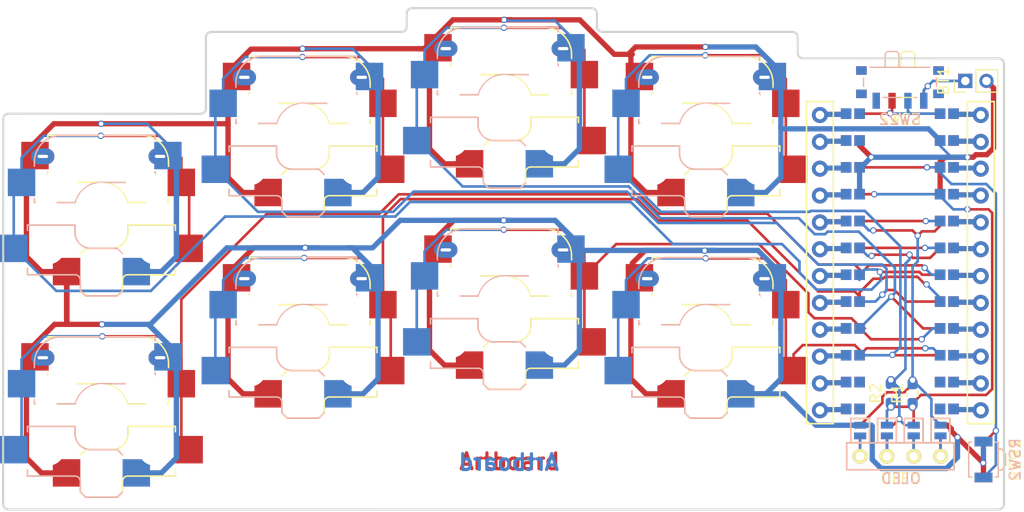
<source format=kicad_pcb>
(kicad_pcb (version 20171130) (host pcbnew 5.1.9)
  (title_block (title Artboard) (date 2021-04-12) (rev 0.1) (company depadiernos))
  (layers (0 F.Cu signal) (31 B.Cu signal) (34 B.Paste user) (35 F.Paste user) (36 B.SilkS user) (37 F.SilkS user) (38 B.Mask user) (39 F.Mask user) (44 Edge.Cuts user))
  (net 0 "")
  (net 1 GND)
  (net 2 VCC)
  (net 3 reset)
  (net 4 SCL)
  (net 5 SDA)
  (net 6 "Net-(U1-Pad14)")
  (net 7 "Net-(U1-Pad13)")
  (net 8 "Net-(U1-Pad12)")
  (net 9 "Net-(U1-Pad11)")
  (net 10 "Net-(BT1-Pad1)")
  (net 11 "Net-(J2-Pad4)")
  (net 12 "Net-(J2-Pad3)")
  (net 13 "Net-(J2-Pad2)")
  (net 14 "Net-(J2-Pad1)")
  (net 15 raw)
  (net 16 "Net-(SW22-Pad1)")
  (net 17 "Net-(SW23-Pad3)")
  (net 18 1)
  (net 19 2)
  (net 20 3)
  (net 21 4)
  (net 22 5)
  (net 23 6)
  (net 24 7)
  (net 25 8)
  (net 26 "Net-(U1-Pad20)")
  (net 27 "Net-(U1-Pad19)")
  (net 28 "Net-(U1-Pad2)")
  (net 29 "Net-(U1-Pad1)")
  (module artboard:ChocV1_V2_Hotswap (layer F.Cu) (at 79.3375 57.808)
    (fp_text reference SW7 hide)
    (fp_text value SW_PUSH hide)
    (pad 2 smd rect (at -6.29 -5.08 180) (size 2.6 2.6) (layers F.Cu F.Mask) (net 1 GND))
    (pad 1 smd rect (at 7.56 -2.54 180) (size 2.6 2.6) (layers F.Cu F.Mask) (net 24 7))
    (pad 2 smd rect (at 6.29 -5.08 180) (size 2.6 2.6) (layers B.Cu B.Mask) (net 1 GND))
    (pad 1 smd rect (at -7.56 -2.54 180) (size 2.6 2.6) (layers B.Cu B.Mask) (net 24 7))
    (pad "" np_thru_hole circle (at 3.81 -2.54 90) (size 3 3) (drill 3) (layers *.Cu *.Mask))
    (pad "" np_thru_hole circle (at -2.54 -5.08 90) (size 3 3) (drill 3) (layers *.Cu *.Mask))
    (pad "" np_thru_hole circle (at -3.81 -2.54 90) (size 3 3) (drill 3) (layers *.Cu *.Mask))
    (pad "" np_thru_hole circle (at 2.54 -5.08 90) (size 3 3) (drill 3) (layers *.Cu *.Mask))
    (pad 2 smd rect (at -3.3 5.9 180) (size 2.6 2.6) (layers F.Cu F.Mask) (net 1 GND))
    (pad 1 smd rect (at 8.3 3.7 270) (size 2.6 2.6) (layers F.Cu F.Mask) (net 24 7))
    (pad "" np_thru_hole circle (at 5.5 0 90) (size 1.9 1.9) (drill 1.9) (layers *.Cu))
    (pad "" np_thru_hole circle (at -5.5 0 90) (size 1.9 1.9) (drill 1.9) (layers *.Cu))
    (pad "" np_thru_hole circle (at 0 0 90) (size 5 5) (drill 5) (layers *.Cu))
    (pad "" np_thru_hole circle (at 0 5.9 90) (size 3 3) (drill 3) (layers *.Cu *.Mask))
    (pad "" np_thru_hole circle (at -5 3.7 90) (size 3 3) (drill 3) (layers *.Cu *.Mask))
    (pad 2 smd rect (at 3.3 5.9 180) (size 2.6 2.6) (layers B.Cu B.Mask) (net 1 GND))
    (pad 1 smd rect (at -8.3 3.7 180) (size 2.6 2.6) (layers B.Cu B.Mask) (net 24 7))
    (pad "" thru_hole oval (at 5.55 -5 180) (size 2.2 1.5) (drill oval 1 0.3) (layers *.Cu *.Mask))
    (pad "" np_thru_hole circle (at 5 3.7 90) (size 3 3) (drill 3) (layers *.Cu *.Mask))
    (pad "" thru_hole oval (at -5.55 -5 180) (size 2.2 1.5) (drill oval 1 0.3) (layers *.Cu *.Mask))
  )
  (module artboard:ChocV1_V2_Hotswap (layer F.Cu) (at 41.1994 48.9589)
    (fp_text reference SW1 hide)
    (fp_text value SW_PUSH hide)
    (pad 2 smd rect (at -6.29 -5.08 180) (size 2.6 2.6) (layers F.Cu F.Mask) (net 1 GND))
    (pad 1 smd rect (at 7.56 -2.54 180) (size 2.6 2.6) (layers F.Cu F.Mask) (net 18 1))
    (pad 2 smd rect (at 6.29 -5.08 180) (size 2.6 2.6) (layers B.Cu B.Mask) (net 1 GND))
    (pad 1 smd rect (at -7.56 -2.54 180) (size 2.6 2.6) (layers B.Cu B.Mask) (net 18 1))
    (pad "" np_thru_hole circle (at 3.81 -2.54 90) (size 3 3) (drill 3) (layers *.Cu *.Mask))
    (pad "" np_thru_hole circle (at -2.54 -5.08 90) (size 3 3) (drill 3) (layers *.Cu *.Mask))
    (pad "" np_thru_hole circle (at -3.81 -2.54 90) (size 3 3) (drill 3) (layers *.Cu *.Mask))
    (pad "" np_thru_hole circle (at 2.54 -5.08 90) (size 3 3) (drill 3) (layers *.Cu *.Mask))
    (pad 2 smd rect (at -3.3 5.9 180) (size 2.6 2.6) (layers F.Cu F.Mask) (net 1 GND))
    (pad 1 smd rect (at 8.3 3.7 270) (size 2.6 2.6) (layers F.Cu F.Mask) (net 18 1))
    (pad "" np_thru_hole circle (at 5.5 0 90) (size 1.9 1.9) (drill 1.9) (layers *.Cu))
    (pad "" np_thru_hole circle (at -5.5 0 90) (size 1.9 1.9) (drill 1.9) (layers *.Cu))
    (pad "" np_thru_hole circle (at 0 0 90) (size 5 5) (drill 5) (layers *.Cu))
    (pad "" np_thru_hole circle (at 0 5.9 90) (size 3 3) (drill 3) (layers *.Cu *.Mask))
    (pad "" np_thru_hole circle (at -5 3.7 90) (size 3 3) (drill 3) (layers *.Cu *.Mask))
    (pad 2 smd rect (at 3.3 5.9 180) (size 2.6 2.6) (layers B.Cu B.Mask) (net 1 GND))
    (pad 1 smd rect (at -8.3 3.7 180) (size 2.6 2.6) (layers B.Cu B.Mask) (net 18 1))
    (pad "" thru_hole oval (at 5.55 -5 180) (size 2.2 1.5) (drill oval 1 0.3) (layers *.Cu *.Mask))
    (pad "" np_thru_hole circle (at 5 3.7 90) (size 3 3) (drill 3) (layers *.Cu *.Mask))
    (pad "" thru_hole oval (at -5.55 -5 180) (size 2.2 1.5) (drill oval 1 0.3) (layers *.Cu *.Mask))
  )
  (module artboard:ChocV1_V2_Hotswap (layer F.Cu) (at 60.2748 41.4758)
    (fp_text reference SW2 hide)
    (fp_text value SW_PUSH hide)
    (pad 2 smd rect (at -6.29 -5.08 180) (size 2.6 2.6) (layers F.Cu F.Mask) (net 1 GND))
    (pad 1 smd rect (at 7.56 -2.54 180) (size 2.6 2.6) (layers F.Cu F.Mask) (net 19 2))
    (pad 2 smd rect (at 6.29 -5.08 180) (size 2.6 2.6) (layers B.Cu B.Mask) (net 1 GND))
    (pad 1 smd rect (at -7.56 -2.54 180) (size 2.6 2.6) (layers B.Cu B.Mask) (net 19 2))
    (pad "" np_thru_hole circle (at 3.81 -2.54 90) (size 3 3) (drill 3) (layers *.Cu *.Mask))
    (pad "" np_thru_hole circle (at -2.54 -5.08 90) (size 3 3) (drill 3) (layers *.Cu *.Mask))
    (pad "" np_thru_hole circle (at -3.81 -2.54 90) (size 3 3) (drill 3) (layers *.Cu *.Mask))
    (pad "" np_thru_hole circle (at 2.54 -5.08 90) (size 3 3) (drill 3) (layers *.Cu *.Mask))
    (pad 2 smd rect (at -3.3 5.9 180) (size 2.6 2.6) (layers F.Cu F.Mask) (net 1 GND))
    (pad 1 smd rect (at 8.3 3.7 270) (size 2.6 2.6) (layers F.Cu F.Mask) (net 19 2))
    (pad "" np_thru_hole circle (at 5.5 0 90) (size 1.9 1.9) (drill 1.9) (layers *.Cu))
    (pad "" np_thru_hole circle (at -5.5 0 90) (size 1.9 1.9) (drill 1.9) (layers *.Cu))
    (pad "" np_thru_hole circle (at 0 0 90) (size 5 5) (drill 5) (layers *.Cu))
    (pad "" np_thru_hole circle (at 0 5.9 90) (size 3 3) (drill 3) (layers *.Cu *.Mask))
    (pad "" np_thru_hole circle (at -5 3.7 90) (size 3 3) (drill 3) (layers *.Cu *.Mask))
    (pad 2 smd rect (at 3.3 5.9 180) (size 2.6 2.6) (layers B.Cu B.Mask) (net 1 GND))
    (pad 1 smd rect (at -8.3 3.7 180) (size 2.6 2.6) (layers B.Cu B.Mask) (net 19 2))
    (pad "" thru_hole oval (at 5.55 -5 180) (size 2.2 1.5) (drill oval 1 0.3) (layers *.Cu *.Mask))
    (pad "" np_thru_hole circle (at 5 3.7 90) (size 3 3) (drill 3) (layers *.Cu *.Mask))
    (pad "" thru_hole oval (at -5.55 -5 180) (size 2.2 1.5) (drill oval 1 0.3) (layers *.Cu *.Mask))
  )
  (module artboard:ChocV1_V2_Hotswap (layer F.Cu) (at 79.3375 38.758)
    (fp_text reference SW3 hide)
    (fp_text value SW_PUSH hide)
    (pad 2 smd rect (at -6.29 -5.08 180) (size 2.6 2.6) (layers F.Cu F.Mask) (net 1 GND))
    (pad 1 smd rect (at 7.56 -2.54 180) (size 2.6 2.6) (layers F.Cu F.Mask) (net 20 3))
    (pad 2 smd rect (at 6.29 -5.08 180) (size 2.6 2.6) (layers B.Cu B.Mask) (net 1 GND))
    (pad 1 smd rect (at -7.56 -2.54 180) (size 2.6 2.6) (layers B.Cu B.Mask) (net 20 3))
    (pad "" np_thru_hole circle (at 3.81 -2.54 90) (size 3 3) (drill 3) (layers *.Cu *.Mask))
    (pad "" np_thru_hole circle (at -2.54 -5.08 90) (size 3 3) (drill 3) (layers *.Cu *.Mask))
    (pad "" np_thru_hole circle (at -3.81 -2.54 90) (size 3 3) (drill 3) (layers *.Cu *.Mask))
    (pad "" np_thru_hole circle (at 2.54 -5.08 90) (size 3 3) (drill 3) (layers *.Cu *.Mask))
    (pad 2 smd rect (at -3.3 5.9 180) (size 2.6 2.6) (layers F.Cu F.Mask) (net 1 GND))
    (pad 1 smd rect (at 8.3 3.7 270) (size 2.6 2.6) (layers F.Cu F.Mask) (net 20 3))
    (pad "" np_thru_hole circle (at 5.5 0 90) (size 1.9 1.9) (drill 1.9) (layers *.Cu))
    (pad "" np_thru_hole circle (at -5.5 0 90) (size 1.9 1.9) (drill 1.9) (layers *.Cu))
    (pad "" np_thru_hole circle (at 0 0 90) (size 5 5) (drill 5) (layers *.Cu))
    (pad "" np_thru_hole circle (at 0 5.9 90) (size 3 3) (drill 3) (layers *.Cu *.Mask))
    (pad "" np_thru_hole circle (at -5 3.7 90) (size 3 3) (drill 3) (layers *.Cu *.Mask))
    (pad 2 smd rect (at 3.3 5.9 180) (size 2.6 2.6) (layers B.Cu B.Mask) (net 1 GND))
    (pad 1 smd rect (at -8.3 3.7 180) (size 2.6 2.6) (layers B.Cu B.Mask) (net 20 3))
    (pad "" thru_hole oval (at 5.55 -5 180) (size 2.2 1.5) (drill oval 1 0.3) (layers *.Cu *.Mask))
    (pad "" np_thru_hole circle (at 5 3.7 90) (size 3 3) (drill 3) (layers *.Cu *.Mask))
    (pad "" thru_hole oval (at -5.55 -5 180) (size 2.2 1.5) (drill oval 1 0.3) (layers *.Cu *.Mask))
  )
  (module artboard:ChocV1_V2_Hotswap (layer F.Cu) (at 41.1994 68.0089)
    (fp_text reference SW5 hide)
    (fp_text value SW_PUSH hide)
    (pad 2 smd rect (at -6.29 -5.08 180) (size 2.6 2.6) (layers F.Cu F.Mask) (net 1 GND))
    (pad 1 smd rect (at 7.56 -2.54 180) (size 2.6 2.6) (layers F.Cu F.Mask) (net 22 5))
    (pad 2 smd rect (at 6.29 -5.08 180) (size 2.6 2.6) (layers B.Cu B.Mask) (net 1 GND))
    (pad 1 smd rect (at -7.56 -2.54 180) (size 2.6 2.6) (layers B.Cu B.Mask) (net 22 5))
    (pad "" np_thru_hole circle (at 3.81 -2.54 90) (size 3 3) (drill 3) (layers *.Cu *.Mask))
    (pad "" np_thru_hole circle (at -2.54 -5.08 90) (size 3 3) (drill 3) (layers *.Cu *.Mask))
    (pad "" np_thru_hole circle (at -3.81 -2.54 90) (size 3 3) (drill 3) (layers *.Cu *.Mask))
    (pad "" np_thru_hole circle (at 2.54 -5.08 90) (size 3 3) (drill 3) (layers *.Cu *.Mask))
    (pad 2 smd rect (at -3.3 5.9 180) (size 2.6 2.6) (layers F.Cu F.Mask) (net 1 GND))
    (pad 1 smd rect (at 8.3 3.7 270) (size 2.6 2.6) (layers F.Cu F.Mask) (net 22 5))
    (pad "" np_thru_hole circle (at 5.5 0 90) (size 1.9 1.9) (drill 1.9) (layers *.Cu))
    (pad "" np_thru_hole circle (at -5.5 0 90) (size 1.9 1.9) (drill 1.9) (layers *.Cu))
    (pad "" np_thru_hole circle (at 0 0 90) (size 5 5) (drill 5) (layers *.Cu))
    (pad "" np_thru_hole circle (at 0 5.9 90) (size 3 3) (drill 3) (layers *.Cu *.Mask))
    (pad "" np_thru_hole circle (at -5 3.7 90) (size 3 3) (drill 3) (layers *.Cu *.Mask))
    (pad 2 smd rect (at 3.3 5.9 180) (size 2.6 2.6) (layers B.Cu B.Mask) (net 1 GND))
    (pad 1 smd rect (at -8.3 3.7 180) (size 2.6 2.6) (layers B.Cu B.Mask) (net 22 5))
    (pad "" thru_hole oval (at 5.55 -5 180) (size 2.2 1.5) (drill oval 1 0.3) (layers *.Cu *.Mask))
    (pad "" np_thru_hole circle (at 5 3.7 90) (size 3 3) (drill 3) (layers *.Cu *.Mask))
    (pad "" thru_hole oval (at -5.55 -5 180) (size 2.2 1.5) (drill oval 1 0.3) (layers *.Cu *.Mask))
  )
  (module artboard:ChocV1_V2_Hotswap (layer F.Cu) (at 60.2748 60.5258)
    (fp_text reference SW6 hide)
    (fp_text value SW_PUSH hide)
    (pad 2 smd rect (at -6.29 -5.08 180) (size 2.6 2.6) (layers F.Cu F.Mask) (net 1 GND))
    (pad 1 smd rect (at 7.56 -2.54 180) (size 2.6 2.6) (layers F.Cu F.Mask) (net 23 6))
    (pad 2 smd rect (at 6.29 -5.08 180) (size 2.6 2.6) (layers B.Cu B.Mask) (net 1 GND))
    (pad 1 smd rect (at -7.56 -2.54 180) (size 2.6 2.6) (layers B.Cu B.Mask) (net 23 6))
    (pad "" np_thru_hole circle (at 3.81 -2.54 90) (size 3 3) (drill 3) (layers *.Cu *.Mask))
    (pad "" np_thru_hole circle (at -2.54 -5.08 90) (size 3 3) (drill 3) (layers *.Cu *.Mask))
    (pad "" np_thru_hole circle (at -3.81 -2.54 90) (size 3 3) (drill 3) (layers *.Cu *.Mask))
    (pad "" np_thru_hole circle (at 2.54 -5.08 90) (size 3 3) (drill 3) (layers *.Cu *.Mask))
    (pad 2 smd rect (at -3.3 5.9 180) (size 2.6 2.6) (layers F.Cu F.Mask) (net 1 GND))
    (pad 1 smd rect (at 8.3 3.7 270) (size 2.6 2.6) (layers F.Cu F.Mask) (net 23 6))
    (pad "" np_thru_hole circle (at 5.5 0 90) (size 1.9 1.9) (drill 1.9) (layers *.Cu))
    (pad "" np_thru_hole circle (at -5.5 0 90) (size 1.9 1.9) (drill 1.9) (layers *.Cu))
    (pad "" np_thru_hole circle (at 0 0 90) (size 5 5) (drill 5) (layers *.Cu))
    (pad "" np_thru_hole circle (at 0 5.9 90) (size 3 3) (drill 3) (layers *.Cu *.Mask))
    (pad "" np_thru_hole circle (at -5 3.7 90) (size 3 3) (drill 3) (layers *.Cu *.Mask))
    (pad 2 smd rect (at 3.3 5.9 180) (size 2.6 2.6) (layers B.Cu B.Mask) (net 1 GND))
    (pad 1 smd rect (at -8.3 3.7 180) (size 2.6 2.6) (layers B.Cu B.Mask) (net 23 6))
    (pad "" thru_hole oval (at 5.55 -5 180) (size 2.2 1.5) (drill oval 1 0.3) (layers *.Cu *.Mask))
    (pad "" np_thru_hole circle (at 5 3.7 90) (size 3 3) (drill 3) (layers *.Cu *.Mask))
    (pad "" thru_hole oval (at -5.55 -5 180) (size 2.2 1.5) (drill oval 1 0.3) (layers *.Cu *.Mask))
  )
  (module artboard:ChocV1_V2_Hotswap (layer F.Cu) (at 98.4002 60.5258)
    (fp_text reference SW8 hide)
    (fp_text value SW_PUSH hide)
    (pad 2 smd rect (at -6.29 -5.08 180) (size 2.6 2.6) (layers F.Cu F.Mask) (net 1 GND))
    (pad 1 smd rect (at 7.56 -2.54 180) (size 2.6 2.6) (layers F.Cu F.Mask) (net 25 8))
    (pad 2 smd rect (at 6.29 -5.08 180) (size 2.6 2.6) (layers B.Cu B.Mask) (net 1 GND))
    (pad 1 smd rect (at -7.56 -2.54 180) (size 2.6 2.6) (layers B.Cu B.Mask) (net 25 8))
    (pad "" np_thru_hole circle (at 3.81 -2.54 90) (size 3 3) (drill 3) (layers *.Cu *.Mask))
    (pad "" np_thru_hole circle (at -2.54 -5.08 90) (size 3 3) (drill 3) (layers *.Cu *.Mask))
    (pad "" np_thru_hole circle (at -3.81 -2.54 90) (size 3 3) (drill 3) (layers *.Cu *.Mask))
    (pad "" np_thru_hole circle (at 2.54 -5.08 90) (size 3 3) (drill 3) (layers *.Cu *.Mask))
    (pad 2 smd rect (at -3.3 5.9 180) (size 2.6 2.6) (layers F.Cu F.Mask) (net 1 GND))
    (pad 1 smd rect (at 8.3 3.7 270) (size 2.6 2.6) (layers F.Cu F.Mask) (net 25 8))
    (pad "" np_thru_hole circle (at 5.5 0 90) (size 1.9 1.9) (drill 1.9) (layers *.Cu))
    (pad "" np_thru_hole circle (at -5.5 0 90) (size 1.9 1.9) (drill 1.9) (layers *.Cu))
    (pad "" np_thru_hole circle (at 0 0 90) (size 5 5) (drill 5) (layers *.Cu))
    (pad "" np_thru_hole circle (at 0 5.9 90) (size 3 3) (drill 3) (layers *.Cu *.Mask))
    (pad "" np_thru_hole circle (at -5 3.7 90) (size 3 3) (drill 3) (layers *.Cu *.Mask))
    (pad 2 smd rect (at 3.3 5.9 180) (size 2.6 2.6) (layers B.Cu B.Mask) (net 1 GND))
    (pad 1 smd rect (at -8.3 3.7 180) (size 2.6 2.6) (layers B.Cu B.Mask) (net 25 8))
    (pad "" thru_hole oval (at 5.55 -5 180) (size 2.2 1.5) (drill oval 1 0.3) (layers *.Cu *.Mask))
    (pad "" np_thru_hole circle (at 5 3.7 90) (size 3 3) (drill 3) (layers *.Cu *.Mask))
    (pad "" thru_hole oval (at -5.55 -5 180) (size 2.2 1.5) (drill oval 1 0.3) (layers *.Cu *.Mask))
  )
  (module artboard:ChocV1_V2_Hotswap (layer F.Cu) (at 98.4002 41.4758)
    (fp_text reference SW4 hide)
    (fp_text value SW_PUSH hide)
    (pad 2 smd rect (at -6.29 -5.08 180) (size 2.6 2.6) (layers F.Cu F.Mask) (net 1 GND))
    (pad 1 smd rect (at 7.56 -2.54 180) (size 2.6 2.6) (layers F.Cu F.Mask) (net 21 4))
    (pad 2 smd rect (at 6.29 -5.08 180) (size 2.6 2.6) (layers B.Cu B.Mask) (net 1 GND))
    (pad 1 smd rect (at -7.56 -2.54 180) (size 2.6 2.6) (layers B.Cu B.Mask) (net 21 4))
    (pad "" np_thru_hole circle (at 3.81 -2.54 90) (size 3 3) (drill 3) (layers *.Cu *.Mask))
    (pad "" np_thru_hole circle (at -2.54 -5.08 90) (size 3 3) (drill 3) (layers *.Cu *.Mask))
    (pad "" np_thru_hole circle (at -3.81 -2.54 90) (size 3 3) (drill 3) (layers *.Cu *.Mask))
    (pad "" np_thru_hole circle (at 2.54 -5.08 90) (size 3 3) (drill 3) (layers *.Cu *.Mask))
    (pad 2 smd rect (at -3.3 5.9 180) (size 2.6 2.6) (layers F.Cu F.Mask) (net 1 GND))
    (pad 1 smd rect (at 8.3 3.7 270) (size 2.6 2.6) (layers F.Cu F.Mask) (net 21 4))
    (pad "" np_thru_hole circle (at 5.5 0 90) (size 1.9 1.9) (drill 1.9) (layers *.Cu))
    (pad "" np_thru_hole circle (at -5.5 0 90) (size 1.9 1.9) (drill 1.9) (layers *.Cu))
    (pad "" np_thru_hole circle (at 0 0 90) (size 5 5) (drill 5) (layers *.Cu))
    (pad "" np_thru_hole circle (at 0 5.9 90) (size 3 3) (drill 3) (layers *.Cu *.Mask))
    (pad "" np_thru_hole circle (at -5 3.7 90) (size 3 3) (drill 3) (layers *.Cu *.Mask))
    (pad 2 smd rect (at 3.3 5.9 180) (size 2.6 2.6) (layers B.Cu B.Mask) (net 1 GND))
    (pad 1 smd rect (at -8.3 3.7 180) (size 2.6 2.6) (layers B.Cu B.Mask) (net 21 4))
    (pad "" thru_hole oval (at 5.55 -5 180) (size 2.2 1.5) (drill oval 1 0.3) (layers *.Cu *.Mask))
    (pad "" np_thru_hole circle (at 5 3.7 90) (size 3 3) (drill 3) (layers *.Cu *.Mask))
    (pad "" thru_hole oval (at -5.55 -5 180) (size 2.2 1.5) (drill oval 1 0.3) (layers *.Cu *.Mask))
  )
  (module artboard:ProMicro_Jumper (layer F.Cu) (at 116.7517 54.5204)
    (fp_text reference U1 hide)
    (fp_text value ProMicro hide)
    (fp_poly (pts (xy -5.08 -9.271) (xy -7.62 -9.271) (xy -7.62 -9.652) (xy -5.08 -9.652)) (layer F.Cu) (width 0.1))
    (fp_poly (pts (xy -5.08 -14.351) (xy -7.62 -14.351) (xy -7.62 -14.732) (xy -5.08 -14.732)) (layer B.Cu) (width 0.1))
    (fp_poly (pts (xy -5.08 -11.811) (xy -7.62 -11.811) (xy -7.62 -12.192) (xy -5.08 -12.192)) (layer B.Cu) (width 0.1))
    (fp_poly (pts (xy -5.08 -6.731) (xy -7.62 -6.731) (xy -7.62 -7.112) (xy -5.08 -7.112)) (layer B.Cu) (width 0.1))
    (fp_poly (pts (xy -5.08 -14.351) (xy -7.62 -14.351) (xy -7.62 -14.732) (xy -5.08 -14.732)) (layer F.Cu) (width 0.1))
    (fp_poly (pts (xy -5.08 -11.811) (xy -7.62 -11.811) (xy -7.62 -12.192) (xy -5.08 -12.192)) (layer F.Cu) (width 0.1))
    (fp_poly (pts (xy -5.08 -9.271) (xy -7.62 -9.271) (xy -7.62 -9.652) (xy -5.08 -9.652)) (layer B.Cu) (width 0.1))
    (fp_poly (pts (xy -5.08 -6.731) (xy -7.62 -6.731) (xy -7.62 -7.112) (xy -5.08 -7.112)) (layer F.Cu) (width 0.1))
    (fp_poly (pts (xy -5.08 -4.191) (xy -7.62 -4.191) (xy -7.62 -4.572) (xy -5.08 -4.572)) (layer B.Cu) (width 0.1))
    (fp_poly (pts (xy -5.08 -4.191) (xy -7.62 -4.191) (xy -7.62 -4.572) (xy -5.08 -4.572)) (layer F.Cu) (width 0.1))
    (fp_poly (pts (xy -5.08 -1.651) (xy -7.62 -1.651) (xy -7.62 -2.032) (xy -5.08 -2.032)) (layer B.Cu) (width 0.1))
    (fp_poly (pts (xy -5.08 -1.651) (xy -7.62 -1.651) (xy -7.62 -2.032) (xy -5.08 -2.032)) (layer F.Cu) (width 0.1))
    (fp_poly (pts (xy -5.08 0.889) (xy -7.62 0.889) (xy -7.62 0.508) (xy -5.08 0.508)) (layer B.Cu) (width 0.1))
    (fp_poly (pts (xy -5.08 0.889) (xy -7.62 0.889) (xy -7.62 0.508) (xy -5.08 0.508)) (layer F.Cu) (width 0.1))
    (fp_poly (pts (xy -5.08 3.429) (xy -7.62 3.429) (xy -7.62 3.048) (xy -5.08 3.048)) (layer B.Cu) (width 0.1))
    (fp_poly (pts (xy -5.08 3.429) (xy -7.62 3.429) (xy -7.62 3.048) (xy -5.08 3.048)) (layer F.Cu) (width 0.1))
    (fp_poly (pts (xy -5.08 5.969) (xy -7.62 5.969) (xy -7.62 5.588) (xy -5.08 5.588)) (layer B.Cu) (width 0.1))
    (fp_poly (pts (xy -5.08 5.969) (xy -7.62 5.969) (xy -7.62 5.588) (xy -5.08 5.588)) (layer F.Cu) (width 0.1))
    (fp_poly (pts (xy -5.08 8.509) (xy -7.62 8.509) (xy -7.62 8.128) (xy -5.08 8.128)) (layer B.Cu) (width 0.1))
    (fp_poly (pts (xy -5.08 8.509) (xy -7.62 8.509) (xy -7.62 8.128) (xy -5.08 8.128)) (layer F.Cu) (width 0.1))
    (fp_poly (pts (xy -5.08 11.049) (xy -7.62 11.049) (xy -7.62 10.668) (xy -5.08 10.668)) (layer B.Cu) (width 0.1))
    (fp_poly (pts (xy -5.08 11.049) (xy -7.62 11.049) (xy -7.62 10.668) (xy -5.08 10.668)) (layer F.Cu) (width 0.1))
    (fp_poly (pts (xy -5.08 13.589) (xy -7.62 13.589) (xy -7.62 13.208) (xy -5.08 13.208)) (layer B.Cu) (width 0.1))
    (fp_poly (pts (xy -5.08 13.589) (xy -7.62 13.589) (xy -7.62 13.208) (xy -5.08 13.208)) (layer F.Cu) (width 0.1))
    (fp_poly (pts (xy 7.62 -14.351) (xy 5.08 -14.351) (xy 5.08 -14.732) (xy 7.62 -14.732)) (layer B.Cu) (width 0.1))
    (fp_poly (pts (xy 7.62 -14.351) (xy 5.08 -14.351) (xy 5.08 -14.732) (xy 7.62 -14.732)) (layer F.Cu) (width 0.1))
    (fp_poly (pts (xy 7.62 -11.811) (xy 5.08 -11.811) (xy 5.08 -12.192) (xy 7.62 -12.192)) (layer B.Cu) (width 0.1))
    (fp_poly (pts (xy 7.62 -11.811) (xy 5.08 -11.811) (xy 5.08 -12.192) (xy 7.62 -12.192)) (layer F.Cu) (width 0.1))
    (fp_poly (pts (xy 7.62 -9.271) (xy 5.08 -9.271) (xy 5.08 -9.652) (xy 7.62 -9.652)) (layer B.Cu) (width 0.1))
    (fp_poly (pts (xy 7.62 -9.271) (xy 5.08 -9.271) (xy 5.08 -9.652) (xy 7.62 -9.652)) (layer F.Cu) (width 0.1))
    (fp_poly (pts (xy 7.62 -6.731) (xy 5.08 -6.731) (xy 5.08 -7.112) (xy 7.62 -7.112)) (layer B.Cu) (width 0.1))
    (fp_poly (pts (xy 7.62 -6.731) (xy 5.08 -6.731) (xy 5.08 -7.112) (xy 7.62 -7.112)) (layer F.Cu) (width 0.1))
    (fp_poly (pts (xy 7.62 -4.191) (xy 5.08 -4.191) (xy 5.08 -4.572) (xy 7.62 -4.572)) (layer B.Cu) (width 0.1))
    (fp_poly (pts (xy 7.62 -4.191) (xy 5.08 -4.191) (xy 5.08 -4.572) (xy 7.62 -4.572)) (layer F.Cu) (width 0.1))
    (fp_poly (pts (xy 7.62 -1.651) (xy 5.08 -1.651) (xy 5.08 -2.032) (xy 7.62 -2.032)) (layer B.Cu) (width 0.1))
    (fp_poly (pts (xy 7.62 -1.651) (xy 5.08 -1.651) (xy 5.08 -2.032) (xy 7.62 -2.032)) (layer F.Cu) (width 0.1))
    (fp_poly (pts (xy 7.62 0.889) (xy 5.08 0.889) (xy 5.08 0.508) (xy 7.62 0.508)) (layer B.Cu) (width 0.1))
    (fp_poly (pts (xy 7.62 0.889) (xy 5.08 0.889) (xy 5.08 0.508) (xy 7.62 0.508)) (layer F.Cu) (width 0.1))
    (fp_poly (pts (xy 7.62 3.429) (xy 5.08 3.429) (xy 5.08 3.048) (xy 7.62 3.048)) (layer B.Cu) (width 0.1))
    (fp_poly (pts (xy 7.62 3.429) (xy 5.08 3.429) (xy 5.08 3.048) (xy 7.62 3.048)) (layer F.Cu) (width 0.1))
    (fp_poly (pts (xy 7.62 5.969) (xy 5.08 5.969) (xy 5.08 5.588) (xy 7.62 5.588)) (layer B.Cu) (width 0.1))
    (fp_poly (pts (xy 7.62 5.969) (xy 5.08 5.969) (xy 5.08 5.588) (xy 7.62 5.588)) (layer F.Cu) (width 0.1))
    (fp_poly (pts (xy 7.62 8.509) (xy 5.08 8.509) (xy 5.08 8.128) (xy 7.62 8.128)) (layer B.Cu) (width 0.1))
    (fp_poly (pts (xy 7.62 8.509) (xy 5.08 8.509) (xy 5.08 8.128) (xy 7.62 8.128)) (layer F.Cu) (width 0.1))
    (fp_poly (pts (xy 7.62 11.049) (xy 5.08 11.049) (xy 5.08 10.668) (xy 7.62 10.668)) (layer B.Cu) (width 0.1))
    (fp_poly (pts (xy 7.62 11.049) (xy 5.08 11.049) (xy 5.08 10.668) (xy 7.62 10.668)) (layer F.Cu) (width 0.1))
    (fp_poly (pts (xy 7.62 13.589) (xy 5.08 13.589) (xy 5.08 13.208) (xy 7.62 13.208)) (layer B.Cu) (width 0.1))
    (fp_poly (pts (xy 7.62 13.589) (xy 5.08 13.589) (xy 5.08 13.208) (xy 7.62 13.208)) (layer F.Cu) (width 0.1))
    (fp_text user "" (at -0.5 -17.25) (layer F.SilkS))
    (fp_text user "" (at -1.2065 -16.256) (layer B.SilkS) (effects (justify mirror)))
    (pad "" smd trapezoid (at -5.08 -1.905) (size 1 1) (layers *.Mask B.Cu B.Paste))
    (pad "" smd trapezoid (at 5.08 -1.905) (size 1 1) (layers *.Mask B.Cu B.Paste))
    (pad 1 smd trapezoid (at -3.81 -14.605) (size 1 1) (layers *.Mask B.Cu B.Paste) (net 29 "Net-(U1-Pad1)"))
    (pad 14 smd trapezoid (at 3.81 10.795) (size 1 1) (layers *.Mask B.Cu B.Paste) (net 6 "Net-(U1-Pad14)"))
    (pad "" smd trapezoid (at -5.08 13.335) (size 1 1) (layers *.Mask B.Cu B.Paste))
    (pad "" smd trapezoid (at -5.08 0.635) (size 1 1) (layers *.Mask B.Cu B.Paste))
    (pad 4 smd trapezoid (at -3.81 -6.985) (size 1 1) (layers *.Mask B.Cu B.Paste) (net 1 GND))
    (pad "" smd trapezoid (at 5.08 -6.985) (size 1 1) (layers *.Mask B.Cu B.Paste))
    (pad "" smd trapezoid (at 5.08 5.715) (size 1 1) (layers *.Mask B.Cu B.Paste))
    (pad "" smd trapezoid (at 5.08 13.335) (size 1 1) (layers *.Mask B.Cu B.Paste))
    (pad 20 smd trapezoid (at 3.81 -4.445) (size 1 1) (layers *.Mask B.Cu B.Paste) (net 26 "Net-(U1-Pad20)"))
    (pad 11 smd trapezoid (at -3.81 10.795) (size 1 1) (layers *.Mask B.Cu B.Paste) (net 9 "Net-(U1-Pad11)"))
    (pad "" smd trapezoid (at 5.08 -4.445) (size 1 1) (layers *.Mask B.Cu B.Paste))
    (pad "" smd trapezoid (at -5.08 -6.985) (size 1 1) (layers *.Mask B.Cu B.Paste))
    (pad "" smd trapezoid (at -5.08 -9.525) (size 1 1) (layers *.Mask B.Cu B.Paste))
    (pad "" smd trapezoid (at 5.08 -12.065) (size 1 1) (layers *.Mask B.Cu B.Paste))
    (pad 2 smd trapezoid (at -3.81 -12.065) (size 1 1) (layers *.Mask B.Cu B.Paste) (net 28 "Net-(U1-Pad2)"))
    (pad "" smd trapezoid (at 5.08 -9.525) (size 1 1) (layers *.Mask B.Cu B.Paste))
    (pad "" smd trapezoid (at 5.08 0.635) (size 1 1) (layers *.Mask B.Cu B.Paste))
    (pad "" smd trapezoid (at 5.08 8.255) (size 1 1) (layers *.Mask B.Cu B.Paste))
    (pad 7 smd trapezoid (at -3.81 0.635) (size 1 1) (layers *.Mask B.Cu B.Paste) (net 18 1))
    (pad 21 smd trapezoid (at 3.81 -6.985) (size 1 1) (layers *.Mask B.Cu B.Paste) (net 2 VCC))
    (pad "" smd trapezoid (at -5.08 8.255) (size 1 1) (layers *.Mask B.Cu B.Paste))
    (pad 13 smd trapezoid (at 3.81 13.335) (size 1 1) (layers *.Mask B.Cu B.Paste) (net 7 "Net-(U1-Pad13)"))
    (pad 19 smd trapezoid (at 3.81 -1.905) (size 1 1) (layers *.Mask B.Cu B.Paste) (net 27 "Net-(U1-Pad19)"))
    (pad 17 smd trapezoid (at 3.81 3.175) (size 1 1) (layers *.Mask B.Cu B.Paste) (net 23 6))
    (pad "" smd trapezoid (at 5.08 3.175) (size 1 1) (layers *.Mask B.Cu B.Paste))
    (pad 10 smd trapezoid (at -3.81 8.255) (size 1 1) (layers *.Mask B.Cu B.Paste) (net 21 4))
    (pad "" smd trapezoid (at 5.08 -14.605) (size 1 1) (layers *.Mask B.Cu B.Paste))
    (pad 16 smd trapezoid (at 3.81 5.715) (size 1 1) (layers *.Mask B.Cu B.Paste) (net 24 7))
    (pad 18 smd trapezoid (at 3.81 0.635) (size 1 1) (layers *.Mask B.Cu B.Paste) (net 22 5))
    (pad 24 smd trapezoid (at 3.81 -14.605) (size 1 1) (layers *.Mask B.Cu B.Paste) (net 15 raw))
    (pad 12 smd trapezoid (at -3.81 13.335) (size 1 1) (layers *.Mask B.Cu B.Paste) (net 8 "Net-(U1-Pad12)"))
    (pad "" smd trapezoid (at -5.08 -4.445) (size 1 1) (layers *.Mask B.Cu B.Paste))
    (pad 22 smd trapezoid (at 3.81 -9.525) (size 1 1) (layers *.Mask B.Cu B.Paste) (net 3 reset))
    (pad 15 smd trapezoid (at 3.81 8.255) (size 1 1) (layers *.Mask B.Cu B.Paste) (net 25 8))
    (pad 9 smd trapezoid (at -3.81 5.715) (size 1 1) (layers *.Mask B.Cu B.Paste) (net 20 3))
    (pad "" smd trapezoid (at -5.08 -12.065) (size 1 1) (layers *.Mask B.Cu B.Paste))
    (pad "" smd trapezoid (at -5.08 -14.605) (size 1 1) (layers *.Mask B.Cu B.Paste))
    (pad 6 smd trapezoid (at -3.81 -1.905) (size 1 1) (layers *.Mask B.Cu B.Paste) (net 4 SCL))
    (pad 23 smd trapezoid (at 3.81 -12.065) (size 1 1) (layers *.Mask B.Cu B.Paste) (net 1 GND))
    (pad "" smd trapezoid (at -5.08 10.795) (size 1 1) (layers *.Mask B.Cu B.Paste))
    (pad 8 smd trapezoid (at -3.81 3.175) (size 1 1) (layers *.Mask B.Cu B.Paste) (net 19 2))
    (pad "" smd trapezoid (at -5.08 5.715) (size 1 1) (layers *.Mask B.Cu B.Paste))
    (pad "" smd trapezoid (at -5.08 3.175) (size 1 1) (layers *.Mask B.Cu B.Paste))
    (pad 3 smd trapezoid (at -3.81 -9.525) (size 1 1) (layers *.Mask B.Cu B.Paste) (net 1 GND))
    (pad 5 smd trapezoid (at -3.81 -4.445) (size 1 1) (layers *.Mask B.Cu B.Paste) (net 5 SDA))
    (pad "" smd trapezoid (at 5.08 10.795) (size 1 1) (layers *.Mask B.Cu B.Paste))
    (pad "" smd trapezoid (at 5.08 0.635) (size 1 1) (layers *.Mask F.Cu F.Paste))
    (pad "" smd trapezoid (at -5.08 0.635) (size 1 1) (layers *.Mask F.Cu F.Paste))
    (pad 7 smd trapezoid (at 3.81 0.635) (size 1 1) (layers *.Mask F.Cu F.Paste) (net 18 1))
    (pad 18 smd trapezoid (at -3.81 0.635) (size 1 1) (layers *.Mask F.Cu F.Paste) (net 22 5))
    (pad "" smd trapezoid (at 5.08 3.175) (size 1 1) (layers *.Mask F.Cu F.Paste))
    (pad "" smd trapezoid (at -5.08 3.175) (size 1 1) (layers *.Mask F.Cu F.Paste))
    (pad 8 smd trapezoid (at 3.81 3.175) (size 1 1) (layers *.Mask F.Cu F.Paste) (net 19 2))
    (pad 17 smd trapezoid (at -3.81 3.175) (size 1 1) (layers *.Mask F.Cu F.Paste) (net 23 6))
    (pad "" smd trapezoid (at 5.08 5.715) (size 1 1) (layers *.Mask F.Cu F.Paste))
    (pad "" smd trapezoid (at -5.08 5.715) (size 1 1) (layers *.Mask F.Cu F.Paste))
    (pad 9 smd trapezoid (at 3.81 5.715) (size 1 1) (layers *.Mask F.Cu F.Paste) (net 20 3))
    (pad 16 smd trapezoid (at -3.81 5.715) (size 1 1) (layers *.Mask F.Cu F.Paste) (net 24 7))
    (pad "" smd trapezoid (at 5.08 8.255) (size 1 1) (layers *.Mask F.Cu F.Paste))
    (pad "" smd trapezoid (at -5.08 8.255) (size 1 1) (layers *.Mask F.Cu F.Paste))
    (pad 10 smd trapezoid (at 3.81 8.255) (size 1 1) (layers *.Mask F.Cu F.Paste) (net 21 4))
    (pad 15 smd trapezoid (at -3.81 8.255) (size 1 1) (layers *.Mask F.Cu F.Paste) (net 25 8))
    (pad "" smd trapezoid (at 5.08 10.795) (size 1 1) (layers *.Mask F.Cu F.Paste))
    (pad "" smd trapezoid (at -5.08 10.795) (size 1 1) (layers *.Mask F.Cu F.Paste))
    (pad 11 smd trapezoid (at 3.81 10.795) (size 1 1) (layers *.Mask F.Cu F.Paste) (net 9 "Net-(U1-Pad11)"))
    (pad 14 smd trapezoid (at -3.81 10.795) (size 1 1) (layers *.Mask F.Cu F.Paste) (net 6 "Net-(U1-Pad14)"))
    (pad "" smd trapezoid (at 5.08 13.335) (size 1 1) (layers *.Mask F.Cu F.Paste))
    (pad "" smd trapezoid (at -5.08 13.335) (size 1 1) (layers *.Mask F.Cu F.Paste))
    (pad 12 smd trapezoid (at 3.81 13.335) (size 1 1) (layers *.Mask F.Cu F.Paste) (net 8 "Net-(U1-Pad12)"))
    (pad 13 smd trapezoid (at -3.81 13.335) (size 1 1) (layers *.Mask F.Cu F.Paste) (net 7 "Net-(U1-Pad13)"))
    (pad "" smd trapezoid (at 5.08 -1.905) (size 1 1) (layers *.Mask F.Cu F.Paste))
    (pad "" smd trapezoid (at -5.08 -1.905) (size 1 1) (layers *.Mask F.Cu F.Paste))
    (pad 6 smd trapezoid (at 3.81 -1.905) (size 1 1) (layers *.Mask F.Cu F.Paste) (net 4 SCL))
    (pad 19 smd trapezoid (at -3.81 -1.905) (size 1 1) (layers *.Mask F.Cu F.Paste) (net 27 "Net-(U1-Pad19)"))
    (pad "" smd trapezoid (at 5.08 -4.445) (size 1 1) (layers *.Mask F.Cu F.Paste))
    (pad "" smd trapezoid (at -5.08 -4.445) (size 1 1) (layers *.Mask F.Cu F.Paste))
    (pad 5 smd trapezoid (at 3.81 -4.445) (size 1 1) (layers *.Mask F.Cu F.Paste) (net 5 SDA))
    (pad 20 smd trapezoid (at -3.81 -4.445) (size 1 1) (layers *.Mask F.Cu F.Paste) (net 26 "Net-(U1-Pad20)"))
    (pad "" smd trapezoid (at 5.08 -6.985) (size 1 1) (layers *.Mask F.Cu F.Paste))
    (pad "" smd trapezoid (at -5.08 -6.985) (size 1 1) (layers *.Mask F.Cu F.Paste))
    (pad 4 smd trapezoid (at 3.81 -6.985) (size 1 1) (layers *.Mask F.Cu F.Paste) (net 1 GND))
    (pad 21 smd trapezoid (at -3.81 -6.985) (size 1 1) (layers *.Mask F.Cu F.Paste) (net 2 VCC))
    (pad "" smd trapezoid (at 5.08 -9.525) (size 1 1) (layers *.Mask F.Cu F.Paste))
    (pad "" smd trapezoid (at -5.08 -9.525) (size 1 1) (layers *.Mask F.Cu F.Paste))
    (pad 3 smd trapezoid (at 3.81 -9.525) (size 1 1) (layers *.Mask F.Cu F.Paste) (net 1 GND))
    (pad 22 smd trapezoid (at -3.81 -9.525) (size 1 1) (layers *.Mask F.Cu F.Paste) (net 3 reset))
    (pad "" smd trapezoid (at 5.08 -12.065) (size 1 1) (layers *.Mask F.Cu F.Paste))
    (pad "" smd trapezoid (at -5.08 -12.065) (size 1 1) (layers *.Mask F.Cu F.Paste))
    (pad 2 smd trapezoid (at 3.81 -12.065) (size 1 1) (layers *.Mask F.Cu F.Paste) (net 28 "Net-(U1-Pad2)"))
    (pad 23 smd trapezoid (at -3.81 -12.065) (size 1 1) (layers *.Mask F.Cu F.Paste) (net 1 GND))
    (pad 1 smd trapezoid (at 3.81 -14.605) (size 1 1) (layers *.Mask F.Cu F.Paste) (net 29 "Net-(U1-Pad1)"))
    (pad "" smd trapezoid (at 5.08 -14.605) (size 1 1) (layers *.Mask F.Cu F.Paste))
    (pad 24 smd trapezoid (at -3.81 -14.605) (size 1 1) (layers *.Mask F.Cu F.Paste) (net 15 raw))
    (pad "" smd trapezoid (at -5.08 -14.605) (size 1 1) (layers *.Mask F.Cu F.Paste))
    (pad "" thru_hole circle (at 7.6564 -14.478) (size 1.524 1.524) (drill 0.8128) (layers *.Cu *.Mask))
    (pad "" thru_hole circle (at 7.6564 -11.938) (size 1.524 1.524) (drill 0.8128) (layers *.Cu *.Mask))
    (pad "" thru_hole circle (at 7.6564 -9.398) (size 1.524 1.524) (drill 0.8128) (layers *.Cu *.Mask))
    (pad "" thru_hole circle (at 7.6564 -6.858) (size 1.524 1.524) (drill 0.8128) (layers *.Cu *.Mask))
    (pad "" thru_hole circle (at 7.6564 -4.318) (size 1.524 1.524) (drill 0.8128) (layers *.Cu *.Mask))
    (pad "" thru_hole circle (at 7.6564 -1.778) (size 1.524 1.524) (drill 0.8128) (layers *.Cu *.Mask))
    (pad "" thru_hole circle (at 7.6564 0.762) (size 1.524 1.524) (drill 0.8128) (layers *.Cu *.Mask))
    (pad "" thru_hole circle (at 7.6564 3.302) (size 1.524 1.524) (drill 0.8128) (layers *.Cu *.Mask))
    (pad "" thru_hole circle (at 7.6564 5.842) (size 1.524 1.524) (drill 0.8128) (layers *.Cu *.Mask))
    (pad "" thru_hole circle (at 7.6564 8.382) (size 1.524 1.524) (drill 0.8128) (layers *.Cu *.Mask))
    (pad "" thru_hole circle (at 7.6564 10.922) (size 1.524 1.524) (drill 0.8128) (layers *.Cu *.Mask))
    (pad "" thru_hole circle (at 7.6564 13.462) (size 1.524 1.524) (drill 0.8128) (layers *.Cu *.Mask))
    (pad "" thru_hole circle (at -7.5636 13.462) (size 1.524 1.524) (drill 0.8128) (layers *.Cu *.Mask))
    (pad "" thru_hole circle (at -7.5636 10.922) (size 1.524 1.524) (drill 0.8128) (layers *.Cu *.Mask))
    (pad "" thru_hole circle (at -7.5636 8.382) (size 1.524 1.524) (drill 0.8128) (layers *.Cu *.Mask))
    (pad "" thru_hole circle (at -7.5636 5.842) (size 1.524 1.524) (drill 0.8128) (layers *.Cu *.Mask))
    (pad "" thru_hole circle (at -7.5636 3.302) (size 1.524 1.524) (drill 0.8128) (layers *.Cu *.Mask))
    (pad "" thru_hole circle (at -7.5636 0.762) (size 1.524 1.524) (drill 0.8128) (layers *.Cu *.Mask))
    (pad "" thru_hole circle (at -7.5636 -1.778) (size 1.524 1.524) (drill 0.8128) (layers *.Cu *.Mask))
    (pad "" thru_hole circle (at -7.5636 -4.318) (size 1.524 1.524) (drill 0.8128) (layers *.Cu *.Mask))
    (pad "" thru_hole circle (at -7.5636 -6.858) (size 1.524 1.524) (drill 0.8128) (layers *.Cu *.Mask))
    (pad "" thru_hole circle (at -7.5636 -9.398) (size 1.524 1.524) (drill 0.8128) (layers *.Cu *.Mask))
    (pad "" thru_hole circle (at -7.5636 -11.938) (size 1.524 1.524) (drill 0.8128) (layers *.Cu *.Mask))
    (pad "" thru_hole circle (at -7.5636 -14.478) (size 1.524 1.524) (drill 0.8128) (layers *.Cu *.Mask))
  )
  (module artboard:R_0603_1608Metric_Pad0.98x0.95mm_HandSolder (layer F.Cu) (at 115.9008 66.3822 90)
    (fp_text reference R2 (at 0 -1.43 90) (layer F.SilkS))
    (fp_text value R)
    (pad 2 thru_hole circle (at 1.27 0 90) (size 0.75 0.75) (drill 0.5) (layers *.Cu *.Mask) (net 4 SCL))
    (pad 1 thru_hole circle (at -1.27 0 90) (size 0.75 0.75) (drill 0.5) (layers *.Cu *.Mask) (net 2 VCC))
    (pad 2 smd roundrect (at 0.9125 0 90) (size 0.975 0.95) (layers *.Mask B.Cu) (net 4 SCL))
    (pad 1 smd roundrect (at -0.9125 0 90) (size 0.975 0.95) (layers *.Mask B.Cu) (net 2 VCC))
    (pad 1 smd roundrect (at -0.9125 0 90) (size 0.975 0.95) (layers *.Mask F.Cu) (net 2 VCC))
    (pad 2 smd roundrect (at 0.9125 0 90) (size 0.975 0.95) (layers *.Mask F.Cu) (net 4 SCL))
  )
  (module artboard:R_0603_1608Metric_Pad0.98x0.95mm_HandSolder (layer F.Cu) (at 117.9582 66.4076 90)
    (fp_text reference R1 (at 0 -1.43 90) (layer F.SilkS))
    (fp_text value R)
    (pad 2 thru_hole circle (at 1.27 0 90) (size 0.75 0.75) (drill 0.5) (layers *.Cu *.Mask) (net 5 SDA))
    (pad 1 thru_hole circle (at -1.27 0 90) (size 0.75 0.75) (drill 0.5) (layers *.Cu *.Mask) (net 2 VCC))
    (pad 2 smd roundrect (at 0.9125 0 90) (size 0.975 0.95) (layers *.Mask B.Cu) (net 5 SDA))
    (pad 1 smd roundrect (at -0.9125 0 90) (size 0.975 0.95) (layers *.Mask B.Cu) (net 2 VCC))
    (pad 1 smd roundrect (at -0.9125 0 90) (size 0.975 0.95) (layers *.Mask F.Cu) (net 2 VCC))
    (pad 2 smd roundrect (at 0.9125 0 90) (size 0.975 0.95) (layers *.Mask F.Cu) (net 5 SDA))
  )
  (module Button_Switch_SMD:SW_SPST_B3U-3000P (layer B.Cu) (at 124.6638 72.6433 90)
    (fp_text reference RSW2 (at 0 3 90) (layer B.SilkS) (effects (justify mirror)))
    (fp_text value SW_PUSH)
    (pad 2 smd rect (at 1.7 0 90) (size 0.9 1.7) (layers B.Cu B.Paste B.Mask) (net 1 GND))
    (pad 1 smd rect (at -1.7 0 90) (size 0.9 1.7) (layers B.Cu B.Paste B.Mask) (net 3 reset))
  )
  (module Button_Switch_SMD:SW_SPST_B3U-3000P (layer F.Cu) (at 124.6638 72.6433 270)
    (fp_text reference RSW1 (at 0 -3 90) (layer F.SilkS))
    (fp_text value SW_PUSH)
    (pad 2 smd rect (at 1.7 0 270) (size 0.9 1.7) (layers F.Cu F.Paste F.Mask) (net 1 GND))
    (pad 1 smd rect (at -1.7 0 270) (size 0.9 1.7) (layers F.Cu F.Paste F.Mask) (net 3 reset))
  )
  (module Button_Switch_SMD:SW_SPDT_PCM12 (layer F.Cu) (at 116.7644 37.2611 180)
    (fp_text reference SW23 (at 0 -3.2) (layer F.SilkS))
    (fp_text value SW_SPDT)
    (pad "" np_thru_hole circle (at -1.5 0.33 180) (size 0.9 0.9) (drill 0.9) (layers *.Cu *.Mask))
    (pad "" np_thru_hole circle (at 1.5 0.33 180) (size 0.9 0.9) (drill 0.9) (layers *.Cu *.Mask))
    (pad 1 smd rect (at -2.25 -1.43 180) (size 0.7 1.5) (layers F.Cu F.Paste F.Mask) (net 10 "Net-(BT1-Pad1)"))
    (pad 2 smd rect (at 0.75 -1.43 180) (size 0.7 1.5) (layers F.Cu F.Paste F.Mask) (net 15 raw))
    (pad 3 smd rect (at 2.25 -1.43 180) (size 0.7 1.5) (layers F.Cu F.Paste F.Mask) (net 17 "Net-(SW23-Pad3)"))
    (pad "" smd rect (at -3.65 1.43 180) (size 1 0.8) (layers F.Cu F.Paste F.Mask))
    (pad "" smd rect (at 3.65 1.43 180) (size 1 0.8) (layers F.Cu F.Paste F.Mask))
    (pad "" smd rect (at 3.65 -0.78 180) (size 1 0.8) (layers F.Cu F.Paste F.Mask))
    (pad "" smd rect (at -3.65 -0.78 180) (size 1 0.8) (layers F.Cu F.Paste F.Mask))
  )
  (module Button_Switch_SMD:SW_SPDT_PCM12 (layer B.Cu) (at 116.7644 37.2611)
    (fp_text reference SW22 (at 0 3.2) (layer B.SilkS) (effects (justify mirror)))
    (fp_text value SW_SPDT)
    (pad "" np_thru_hole circle (at -1.5 -0.33) (size 0.9 0.9) (drill 0.9) (layers *.Cu *.Mask))
    (pad "" np_thru_hole circle (at 1.5 -0.33) (size 0.9 0.9) (drill 0.9) (layers *.Cu *.Mask))
    (pad 1 smd rect (at -2.25 1.43) (size 0.7 1.5) (layers B.Cu B.Paste B.Mask) (net 16 "Net-(SW22-Pad1)"))
    (pad 2 smd rect (at 0.75 1.43) (size 0.7 1.5) (layers B.Cu B.Paste B.Mask) (net 15 raw))
    (pad 3 smd rect (at 2.25 1.43) (size 0.7 1.5) (layers B.Cu B.Paste B.Mask) (net 10 "Net-(BT1-Pad1)"))
    (pad "" smd rect (at -3.65 -1.43) (size 1 0.8) (layers B.Cu B.Paste B.Mask))
    (pad "" smd rect (at 3.65 -1.43) (size 1 0.8) (layers B.Cu B.Paste B.Mask))
    (pad "" smd rect (at 3.65 0.78) (size 1 0.8) (layers B.Cu B.Paste B.Mask))
    (pad "" smd rect (at -3.65 0.78) (size 1 0.8) (layers B.Cu B.Paste B.Mask))
  )
  (module kbd:Jumper (layer F.Cu) (at 120.5998 69.9004 270)
    (fp_text reference JP9 hide)
    (fp_text value " " (at -2.794 0 90) (layer F.SilkS) (effects (font (size 0.8128 0.8128))))
    (pad 1 smd rect (at -0.50038 0 270) (size 0.635 1.143) (layers F.Cu F.Paste F.Mask) (net 1 GND) (clearance 0.1905))
    (pad 2 smd rect (at 0.50038 0 270) (size 0.635 1.143) (layers F.Cu F.Paste F.Mask) (net 14 "Net-(J2-Pad1)") (clearance 0.1905))
  )
  (module kbd:Jumper (layer F.Cu) (at 118.0598 69.9004 270)
    (fp_text reference JP8 hide)
    (fp_text value " " (at -2.794 0 90) (layer F.SilkS) (effects (font (size 0.8128 0.8128))))
    (pad 1 smd rect (at -0.50038 0 270) (size 0.635 1.143) (layers F.Cu F.Paste F.Mask) (net 2 VCC) (clearance 0.1905))
    (pad 2 smd rect (at 0.50038 0 270) (size 0.635 1.143) (layers F.Cu F.Paste F.Mask) (net 13 "Net-(J2-Pad2)") (clearance 0.1905))
  )
  (module kbd:Jumper (layer F.Cu) (at 115.5325 69.9004 270)
    (fp_text reference JP7 hide)
    (fp_text value " " (at -2.794 0 90) (layer F.SilkS) (effects (font (size 0.8128 0.8128))))
    (pad 1 smd rect (at -0.50038 0 270) (size 0.635 1.143) (layers F.Cu F.Paste F.Mask) (net 4 SCL) (clearance 0.1905))
    (pad 2 smd rect (at 0.50038 0 270) (size 0.635 1.143) (layers F.Cu F.Paste F.Mask) (net 12 "Net-(J2-Pad3)") (clearance 0.1905))
  )
  (module kbd:Jumper (layer F.Cu) (at 112.9925 69.9004 270)
    (fp_text reference JP6 hide)
    (fp_text value " " (at -2.794 0 90) (layer F.SilkS) (effects (font (size 0.8128 0.8128))))
    (pad 1 smd rect (at -0.50038 0 270) (size 0.635 1.143) (layers F.Cu F.Paste F.Mask) (net 5 SDA) (clearance 0.1905))
    (pad 2 smd rect (at 0.50038 0 270) (size 0.635 1.143) (layers F.Cu F.Paste F.Mask) (net 11 "Net-(J2-Pad4)") (clearance 0.1905))
  )
  (module kbd:Jumper (layer B.Cu) (at 120.5998 69.89278 270)
    (fp_text reference JP5 hide)
    (fp_text value " " (at -2.794 0 270) (layer B.SilkS) (effects (font (size 0.8128 0.8128)) (justify mirror)))
    (pad 1 smd rect (at -0.50038 0 270) (size 0.635 1.143) (layers B.Cu B.Paste B.Mask) (net 5 SDA) (clearance 0.1905))
    (pad 2 smd rect (at 0.50038 0 270) (size 0.635 1.143) (layers B.Cu B.Paste B.Mask) (net 14 "Net-(J2-Pad1)") (clearance 0.1905))
  )
  (module kbd:Jumper (layer B.Cu) (at 118.0598 69.89278 270)
    (fp_text reference JP4 hide)
    (fp_text value " " (at -2.794 0 270) (layer B.SilkS) (effects (font (size 0.8128 0.8128)) (justify mirror)))
    (pad 1 smd rect (at -0.50038 0 270) (size 0.635 1.143) (layers B.Cu B.Paste B.Mask) (net 4 SCL) (clearance 0.1905))
    (pad 2 smd rect (at 0.50038 0 270) (size 0.635 1.143) (layers B.Cu B.Paste B.Mask) (net 13 "Net-(J2-Pad2)") (clearance 0.1905))
  )
  (module kbd:Jumper (layer B.Cu) (at 115.5325 69.89278 270)
    (fp_text reference JP3 hide)
    (fp_text value " " (at -2.794 0 270) (layer B.SilkS) (effects (font (size 0.8128 0.8128)) (justify mirror)))
    (pad 1 smd rect (at -0.50038 0 270) (size 0.635 1.143) (layers B.Cu B.Paste B.Mask) (net 2 VCC) (clearance 0.1905))
    (pad 2 smd rect (at 0.50038 0 270) (size 0.635 1.143) (layers B.Cu B.Paste B.Mask) (net 12 "Net-(J2-Pad3)") (clearance 0.1905))
  )
  (module kbd:Jumper (layer B.Cu) (at 112.9925 69.9004 270)
    (fp_text reference JP2 hide)
    (fp_text value " " (at -2.794 0 270) (layer B.SilkS) (effects (font (size 0.8128 0.8128)) (justify mirror)))
    (pad 1 smd rect (at -0.50038 0 270) (size 0.635 1.143) (layers B.Cu B.Paste B.Mask) (net 1 GND) (clearance 0.1905))
    (pad 2 smd rect (at 0.50038 0 270) (size 0.635 1.143) (layers B.Cu B.Paste B.Mask) (net 11 "Net-(J2-Pad4)") (clearance 0.1905))
  )
  (module kbd:OLED (layer F.Cu) (at 120.6125 72.3385 180)
    (fp_text reference J2)
    (fp_text value OLED hide)
    (fp_text user OLED (at 3.75 -2.1) (layer B.SilkS) (effects (justify mirror)))
    (fp_text user OLED (at 3.8 -2.1) (layer F.SilkS))
    (pad 4 thru_hole circle (at 7.62 0 180) (size 1.397 1.397) (drill 0.8128) (layers *.Cu *.Mask F.SilkS) (net 11 "Net-(J2-Pad4)"))
    (pad 3 thru_hole circle (at 5.08 0 180) (size 1.397 1.397) (drill 0.8128) (layers *.Cu *.Mask F.SilkS) (net 12 "Net-(J2-Pad3)"))
    (pad 2 thru_hole circle (at 2.54 0 180) (size 1.397 1.397) (drill 0.8128) (layers *.Cu *.Mask F.SilkS) (net 13 "Net-(J2-Pad2)"))
    (pad 1 thru_hole circle (at 0 0 180) (size 1.397 1.397) (drill 0.8128) (layers *.Cu *.Mask F.SilkS) (net 14 "Net-(J2-Pad1)"))
  )
  (module Connector_PinHeader_2.00mm:PinHeader_1x02_P2.00mm_Vertical (layer F.Cu) (at 122.9493 36.8166 90)
    (fp_text reference BT1 (at 0 -2.06 90) (layer F.SilkS))
    (fp_text value Battery)
    (pad 1 thru_hole rect (at 0 0 90) (size 1.35 1.35) (drill 0.8) (layers *.Cu *.Mask) (net 10 "Net-(BT1-Pad1)"))
    (pad 2 thru_hole oval (at 0 2 90) (size 1.35 1.35) (drill 0.8) (layers *.Cu *.Mask) (net 1 GND))
  )
  (gr_line (start 126.5942 77.0104) (end 126.6069 76.8354) (layer Edge.Cuts) (width 0.2))
  (gr_line (start 126.409058 77.270747) (end 126.508118 77.169147) (layer Edge.Cuts) (width 0.2))
  (gr_line (start 126.279518 77.339327) (end 126.409058 77.270747) (layer Edge.Cuts) (width 0.2))
  (gr_line (start 125.9465 77.3787) (end 126.279518 77.339327) (layer Edge.Cuts) (width 0.2))
  (gr_line (start 126.508118 77.169147) (end 126.5942 77.0104) (layer Edge.Cuts) (width 0.2))
  (gr_text Artboard (at 79.7439 72.9083) (layer B.Cu) (effects (font (size 1.5 1.5) (thickness 0.3)) (justify mirror)))
  (gr_text Artboard (at 79.8201 72.8321) (layer F.Cu) (effects (font (size 1.5 1.5) (thickness 0.3))))
  (gr_line (start 50.583768 39.929478) (end 32.5189 39.916778) (layer Edge.Cuts) (width 0.2))
  (gr_line (start 107.086012 34.1812) (end 107.086012 32.680062) (layer Edge.Cuts) (width 0.2))
  (gr_line (start 126.0989 34.6813) (end 107.583851 34.67904) (layer Edge.Cuts) (width 0.2))
  (gr_line (start 31.907185 40.417157) (end 31.8903 76.8227) (layer Edge.Cuts) (width 0.2))
  (gr_line (start 87.583911 29.929244) (end 70.583708 29.929244) (layer Edge.Cuts) (width 0.2))
  (gr_line (start 88.084291 31.679303) (end 88.084291 30.429624) (layer Edge.Cuts) (width 0.2))
  (gr_line (start 95.785563 32.179682) (end 88.58467 32.179682) (layer Edge.Cuts) (width 0.2))
  (gr_line (start 126.605893 35.179419) (end 126.605893 36.429098) (layer Edge.Cuts) (width 0.2))
  (gr_line (start 126.273154 34.70952) (end 126.0989 34.6813) (layer Edge.Cuts) (width 0.2))
  (gr_line (start 126.405233 34.78064) (end 126.273154 34.70952) (layer Edge.Cuts) (width 0.2))
  (gr_line (start 126.504293 34.8797) (end 126.405233 34.78064) (layer Edge.Cuts) (width 0.2))
  (gr_line (start 126.575413 35.009239) (end 126.504293 34.8797) (layer Edge.Cuts) (width 0.2))
  (gr_line (start 126.605893 35.179419) (end 126.575413 35.009239) (layer Edge.Cuts) (width 0.2))
  (gr_line (start 51.084147 32.680062) (end 51.084147 39.429098) (layer Edge.Cuts) (width 0.2))
  (gr_line (start 57.886261 32.179682) (end 51.584527 32.179682) (layer Edge.Cuts) (width 0.2))
  (gr_line (start 70.085868 30.429624) (end 70.083328 31.679303) (layer Edge.Cuts) (width 0.2))
  (gr_line (start 126.605893 36.429098) (end 126.6069 76.8354) (layer Edge.Cuts) (width 0.2))
  (gr_line (start 32.224684 77.328382) (end 32.4237 77.3688) (layer Edge.Cuts) (width 0.2))
  (gr_line (start 32.095145 77.259802) (end 32.224684 77.328382) (layer Edge.Cuts) (width 0.2))
  (gr_line (start 31.993545 77.158202) (end 32.095145 77.259802) (layer Edge.Cuts) (width 0.2))
  (gr_line (start 31.922425 77.028662) (end 31.993545 77.158202) (layer Edge.Cuts) (width 0.2))
  (gr_line (start 31.8903 76.8227) (end 31.922425 77.028662) (layer Edge.Cuts) (width 0.2))
  (gr_line (start 31.935125 40.249517) (end 31.907185 40.417157) (layer Edge.Cuts) (width 0.2))
  (gr_line (start 32.006245 40.119977) (end 31.935125 40.249517) (layer Edge.Cuts) (width 0.2))
  (gr_line (start 32.105305 40.018377) (end 32.006245 40.119977) (layer Edge.Cuts) (width 0.2))
  (gr_line (start 32.234844 39.947258) (end 32.105305 40.018377) (layer Edge.Cuts) (width 0.2))
  (gr_line (start 32.5189 39.916778) (end 32.234844 39.947258) (layer Edge.Cuts) (width 0.2))
  (gr_line (start 31.907185 40.417157) (end 31.907185 40.417157) (layer Edge.Cuts) (width 0.2))
  (gr_line (start 51.056207 39.599278) (end 51.084147 39.431638) (layer Edge.Cuts) (width 0.2))
  (gr_line (start 50.985087 39.728818) (end 51.056207 39.599278) (layer Edge.Cuts) (width 0.2))
  (gr_line (start 50.886027 39.830418) (end 50.985087 39.728818) (layer Edge.Cuts) (width 0.2))
  (gr_line (start 50.756488 39.901538) (end 50.886027 39.830418) (layer Edge.Cuts) (width 0.2))
  (gr_line (start 50.583768 39.929478) (end 50.756488 39.901538) (layer Edge.Cuts) (width 0.2))
  (gr_line (start 51.084147 39.431638) (end 51.084147 39.429098) (layer Edge.Cuts) (width 0.2))
  (gr_line (start 51.114627 32.512422) (end 51.084147 32.680062) (layer Edge.Cuts) (width 0.2))
  (gr_line (start 51.183207 32.382882) (end 51.114627 32.512422) (layer Edge.Cuts) (width 0.2))
  (gr_line (start 51.284807 32.281282) (end 51.183207 32.382882) (layer Edge.Cuts) (width 0.2))
  (gr_line (start 51.414347 32.210162) (end 51.284807 32.281282) (layer Edge.Cuts) (width 0.2))
  (gr_line (start 51.584527 32.179682) (end 51.414347 32.210162) (layer Edge.Cuts) (width 0.2))
  (gr_line (start 70.055389 31.849483) (end 70.085868 31.679303) (layer Edge.Cuts) (width 0.2))
  (gr_line (start 69.986809 31.979022) (end 70.055389 31.849483) (layer Edge.Cuts) (width 0.2))
  (gr_line (start 69.885209 32.080622) (end 69.986809 31.979022) (layer Edge.Cuts) (width 0.2))
  (gr_line (start 69.755669 32.151742) (end 69.885209 32.080622) (layer Edge.Cuts) (width 0.2))
  (gr_line (start 69.585489 32.179682) (end 69.755669 32.151742) (layer Edge.Cuts) (width 0.2))
  (gr_line (start 70.085868 31.679303) (end 70.085868 31.679303) (layer Edge.Cuts) (width 0.2))
  (gr_line (start 70.113808 30.261984) (end 70.085868 30.429624) (layer Edge.Cuts) (width 0.2))
  (gr_line (start 70.184928 30.132444) (end 70.113808 30.261984) (layer Edge.Cuts) (width 0.2))
  (gr_line (start 70.283988 30.030844) (end 70.184928 30.132444) (layer Edge.Cuts) (width 0.2))
  (gr_line (start 70.413528 29.959724) (end 70.283988 30.030844) (layer Edge.Cuts) (width 0.2))
  (gr_line (start 70.583708 29.929244) (end 70.413528 29.959724) (layer Edge.Cuts) (width 0.2))
  (gr_line (start 70.085868 30.429624) (end 70.085868 30.429624) (layer Edge.Cuts) (width 0.2))
  (gr_line (start 87.754091 29.959724) (end 87.583911 29.929244) (layer Edge.Cuts) (width 0.2))
  (gr_line (start 87.883631 30.028304) (end 87.754091 29.959724) (layer Edge.Cuts) (width 0.2))
  (gr_line (start 87.985231 30.129904) (end 87.883631 30.028304) (layer Edge.Cuts) (width 0.2))
  (gr_line (start 88.056351 30.259444) (end 87.985231 30.129904) (layer Edge.Cuts) (width 0.2))
  (gr_line (start 88.084291 30.429624) (end 88.056351 30.259444) (layer Edge.Cuts) (width 0.2))
  (gr_line (start 87.583911 29.929244) (end 87.583911 29.929244) (layer Edge.Cuts) (width 0.2))
  (gr_line (start 88.41703 32.151742) (end 88.58467 32.179682) (layer Edge.Cuts) (width 0.2))
  (gr_line (start 88.284951 32.080622) (end 88.41703 32.151742) (layer Edge.Cuts) (width 0.2))
  (gr_line (start 88.185891 31.981562) (end 88.284951 32.080622) (layer Edge.Cuts) (width 0.2))
  (gr_line (start 88.114771 31.852023) (end 88.185891 31.981562) (layer Edge.Cuts) (width 0.2))
  (gr_line (start 88.084291 31.679303) (end 88.114771 31.852023) (layer Edge.Cuts) (width 0.2))
  (gr_line (start 88.58467 32.179682) (end 88.58467 32.179682) (layer Edge.Cuts) (width 0.2))
  (gr_line (start 106.753272 32.210162) (end 106.585632 32.179682) (layer Edge.Cuts) (width 0.2))
  (gr_line (start 106.882812 32.278742) (end 106.753272 32.210162) (layer Edge.Cuts) (width 0.2))
  (gr_line (start 106.984412 32.380342) (end 106.882812 32.278742) (layer Edge.Cuts) (width 0.2))
  (gr_line (start 107.055532 32.509882) (end 106.984412 32.380342) (layer Edge.Cuts) (width 0.2))
  (gr_line (start 107.086012 32.680062) (end 107.055532 32.509882) (layer Edge.Cuts) (width 0.2))
  (gr_line (start 107.416212 34.6511) (end 107.583851 34.67904) (layer Edge.Cuts) (width 0.2))
  (gr_line (start 107.286672 34.57998) (end 107.416212 34.6511) (layer Edge.Cuts) (width 0.2))
  (gr_line (start 107.185072 34.48092) (end 107.286672 34.57998) (layer Edge.Cuts) (width 0.2))
  (gr_line (start 107.113952 34.35138) (end 107.185072 34.48092) (layer Edge.Cuts) (width 0.2))
  (gr_line (start 107.086012 34.1812) (end 107.113952 34.35138) (layer Edge.Cuts) (width 0.2))
  (gr_line (start 106.585632 32.179682) (end 95.785563 32.179682) (layer Edge.Cuts) (width 0.2))
  (gr_line (start 32.4237 77.3688) (end 125.9465 77.3787) (layer Edge.Cuts) (width 0.2))
  (gr_line (start 69.585489 32.179682) (end 57.886261 32.179682) (layer Edge.Cuts) (width 0.2))
  (segment (start 121.073042 69.40002) (end 122.209561 70.536539) (width 0.25) (layer F.Cu) (net 1))
  (segment (start 120.5998 69.40002) (end 121.073042 69.40002) (width 0.25) (layer F.Cu) (net 1))
  (segment (start 122.209561 70.536539) (end 124.635261 72.962239) (width 0.25) (layer F.Cu) (net 1))
  (via (at 122.209561 70.536539) (size 0.6) (drill 0.4) (layers F.Cu B.Cu) (net 1))
  (via (at 123.158301 44.035399) (size 0.6) (drill 0.4) (layers F.Cu B.Cu) (net 1))
  (segment (start 120.5617 42.9554) (end 120.5617 42.4554) (width 0.25) (layer B.Cu) (net 1))
  (segment (start 121.641699 44.035399) (end 120.5617 42.9554) (width 0.25) (layer B.Cu) (net 1))
  (segment (start 121.786701 44.035399) (end 114.039701 44.035399) (width 0.25) (layer B.Cu) (net 1))
  (segment (start 123.158301 44.035399) (end 121.786701 44.035399) (width 0.25) (layer B.Cu) (net 1))
  (segment (start 121.786701 44.035399) (end 121.641699 44.035399) (width 0.25) (layer B.Cu) (net 1))
  (via (at 114.039701 44.035399) (size 0.6) (drill 0.4) (layers F.Cu B.Cu) (net 1))
  (via (at 124.635261 72.962239) (size 0.6) (drill 0.4) (layers F.Cu B.Cu) (net 1))
  (segment (start 46.700402 54.8589) (end 48.17441 53.384892) (width 0.25) (layer B.Cu) (net 1))
  (segment (start 44.4994 54.8589) (end 46.700402 54.8589) (width 0.25) (layer B.Cu) (net 1))
  (segment (start 48.17441 43.513617) (end 45.526993 40.8662) (width 0.25) (layer B.Cu) (net 1))
  (segment (start 48.17441 45.23229) (end 48.17441 43.513617) (width 0.25) (layer B.Cu) (net 1))
  (segment (start 48.17441 53.384892) (end 48.17441 45.23229) (width 0.25) (layer B.Cu) (net 1))
  (segment (start 48.17441 45.23229) (end 48.17441 43.8789) (width 0.25) (layer B.Cu) (net 1))
  (segment (start 45.526993 40.8662) (end 41.174 40.8662) (width 0.25) (layer B.Cu) (net 1))
  (segment (start 41.174 40.8662) (end 41.174 40.8662) (width 0.25) (layer B.Cu) (net 1))
  (via (at 41.174 40.8662) (size 0.6) (drill 0.4) (layers F.Cu B.Cu) (net 1))
  (segment (start 35.698398 54.8589) (end 37.8994 54.8589) (width 0.25) (layer F.Cu) (net 1))
  (segment (start 34.22439 53.384892) (end 35.698398 54.8589) (width 0.25) (layer F.Cu) (net 1))
  (segment (start 34.22439 43.513617) (end 34.22439 53.384892) (width 0.25) (layer F.Cu) (net 1))
  (segment (start 36.871807 40.8662) (end 34.22439 43.513617) (width 0.25) (layer F.Cu) (net 1))
  (segment (start 41.174 40.8662) (end 36.871807 40.8662) (width 0.25) (layer F.Cu) (net 1))
  (segment (start 46.700402 73.9089) (end 48.17441 72.434892) (width 0.25) (layer B.Cu) (net 1))
  (segment (start 44.4994 73.9089) (end 46.700402 73.9089) (width 0.25) (layer B.Cu) (net 1))
  (segment (start 48.17441 62.563617) (end 45.463493 59.8527) (width 0.25) (layer B.Cu) (net 1))
  (segment (start 48.17441 64.49819) (end 48.17441 62.563617) (width 0.25) (layer B.Cu) (net 1))
  (segment (start 48.17441 72.434892) (end 48.17441 64.49819) (width 0.25) (layer B.Cu) (net 1))
  (segment (start 48.17441 64.49819) (end 48.17441 62.9289) (width 0.25) (layer B.Cu) (net 1))
  (segment (start 45.463493 59.8527) (end 41.2502 59.8527) (width 0.25) (layer B.Cu) (net 1))
  (segment (start 41.2502 59.8527) (end 41.2502 59.8527) (width 0.25) (layer B.Cu) (net 1))
  (via (at 41.2502 59.8527) (size 0.6) (drill 0.4) (layers F.Cu B.Cu) (net 1))
  (segment (start 34.22439 72.434892) (end 35.698398 73.9089) (width 0.25) (layer F.Cu) (net 1))
  (segment (start 34.22439 62.563617) (end 34.22439 72.434892) (width 0.25) (layer F.Cu) (net 1))
  (segment (start 35.698398 73.9089) (end 37.8994 73.9089) (width 0.25) (layer F.Cu) (net 1))
  (segment (start 36.935307 59.8527) (end 34.22439 62.563617) (width 0.25) (layer F.Cu) (net 1))
  (segment (start 38.0625 55.022) (end 37.8994 54.8589) (width 0.25) (layer F.Cu) (net 1))
  (segment (start 38.0625 59.8527) (end 38.0625 55.022) (width 0.25) (layer F.Cu) (net 1))
  (segment (start 41.2502 59.8527) (end 38.0625 59.8527) (width 0.25) (layer F.Cu) (net 1))
  (segment (start 38.0625 59.8527) (end 36.935307 59.8527) (width 0.25) (layer F.Cu) (net 1))
  (segment (start 65.775802 66.4258) (end 67.24981 64.951792) (width 0.25) (layer B.Cu) (net 1))
  (segment (start 63.5748 66.4258) (end 65.775802 66.4258) (width 0.25) (layer B.Cu) (net 1))
  (segment (start 67.24981 55.080517) (end 64.782993 52.6137) (width 0.25) (layer B.Cu) (net 1))
  (segment (start 67.24981 56.94169) (end 67.24981 55.080517) (width 0.25) (layer B.Cu) (net 1))
  (segment (start 67.24981 64.951792) (end 67.24981 56.94169) (width 0.25) (layer B.Cu) (net 1))
  (segment (start 67.24981 56.94169) (end 67.24981 55.4458) (width 0.25) (layer B.Cu) (net 1))
  (segment (start 64.782993 52.6137) (end 60.4653 52.6137) (width 0.25) (layer B.Cu) (net 1))
  (segment (start 60.4653 52.6137) (end 60.4653 52.6137) (width 0.25) (layer B.Cu) (net 1))
  (via (at 60.4653 52.6137) (size 0.6) (drill 0.4) (layers F.Cu B.Cu) (net 1))
  (segment (start 53.29979 64.951792) (end 54.773798 66.4258) (width 0.25) (layer F.Cu) (net 1))
  (segment (start 54.773798 66.4258) (end 56.9748 66.4258) (width 0.25) (layer F.Cu) (net 1))
  (segment (start 55.766607 52.6137) (end 53.29979 55.080517) (width 0.25) (layer F.Cu) (net 1))
  (segment (start 60.4653 52.6137) (end 55.766607 52.6137) (width 0.25) (layer F.Cu) (net 1))
  (segment (start 53.29979 55.080517) (end 53.29979 60.63739) (width 0.25) (layer F.Cu) (net 1))
  (segment (start 53.29979 60.63739) (end 53.29979 64.951792) (width 0.25) (layer F.Cu) (net 1))
  (segment (start 54.773798 47.3758) (end 53.29979 45.901792) (width 0.25) (layer F.Cu) (net 1))
  (segment (start 56.9748 47.3758) (end 54.773798 47.3758) (width 0.25) (layer F.Cu) (net 1))
  (segment (start 53.29979 40.91971) (end 41.22751 40.91971) (width 0.25) (layer F.Cu) (net 1))
  (segment (start 53.29979 45.901792) (end 53.29979 40.91971) (width 0.25) (layer F.Cu) (net 1))
  (segment (start 41.22751 40.91971) (end 41.174 40.8662) (width 0.25) (layer F.Cu) (net 1))
  (segment (start 53.29979 40.91971) (end 53.29979 36.3958) (width 0.25) (layer F.Cu) (net 1))
  (segment (start 65.775802 47.3758) (end 67.24981 45.901792) (width 0.25) (layer B.Cu) (net 1))
  (segment (start 63.5748 47.3758) (end 65.775802 47.3758) (width 0.25) (layer B.Cu) (net 1))
  (segment (start 67.24981 36.030517) (end 64.986193 33.7669) (width 0.25) (layer B.Cu) (net 1))
  (segment (start 67.24981 37.84089) (end 67.24981 36.030517) (width 0.25) (layer B.Cu) (net 1))
  (segment (start 67.24981 45.901792) (end 67.24981 37.84089) (width 0.25) (layer B.Cu) (net 1))
  (segment (start 67.24981 37.84089) (end 67.24981 36.3958) (width 0.25) (layer B.Cu) (net 1))
  (segment (start 64.986193 33.7669) (end 60.2367 33.7669) (width 0.25) (layer B.Cu) (net 1))
  (segment (start 60.2367 33.7669) (end 60.2367 33.7669) (width 0.25) (layer B.Cu) (net 1))
  (via (at 60.2367 33.7669) (size 0.6) (drill 0.4) (layers F.Cu B.Cu) (net 1))
  (segment (start 53.29979 36.030517) (end 53.29979 36.3958) (width 0.25) (layer F.Cu) (net 1))
  (segment (start 55.563407 33.7669) (end 53.29979 36.030517) (width 0.25) (layer F.Cu) (net 1))
  (segment (start 60.2367 33.7669) (end 55.563407 33.7669) (width 0.25) (layer F.Cu) (net 1))
  (segment (start 73.836498 44.658) (end 72.36249 43.183992) (width 0.25) (layer F.Cu) (net 1))
  (segment (start 76.0375 44.658) (end 73.836498 44.658) (width 0.25) (layer F.Cu) (net 1))
  (segment (start 84.838502 44.658) (end 86.31251 43.183992) (width 0.25) (layer B.Cu) (net 1))
  (segment (start 82.6375 44.658) (end 84.838502 44.658) (width 0.25) (layer B.Cu) (net 1))
  (segment (start 73.836498 63.708) (end 72.36249 62.233992) (width 0.25) (layer F.Cu) (net 1))
  (segment (start 76.0375 63.708) (end 73.836498 63.708) (width 0.25) (layer F.Cu) (net 1))
  (segment (start 84.838502 63.708) (end 86.31251 62.233992) (width 0.25) (layer B.Cu) (net 1))
  (segment (start 82.6375 63.708) (end 84.838502 63.708) (width 0.25) (layer B.Cu) (net 1))
  (segment (start 72.36249 35.11039) (end 72.36249 33.678) (width 0.25) (layer F.Cu) (net 1))
  (segment (start 72.36249 43.183992) (end 72.36249 35.11039) (width 0.25) (layer F.Cu) (net 1))
  (segment (start 71.019 33.7669) (end 60.2367 33.7669) (width 0.25) (layer F.Cu) (net 1))
  (segment (start 72.36249 54.05879) (end 72.36249 53.88099) (width 0.25) (layer F.Cu) (net 1))
  (segment (start 72.36249 62.233992) (end 72.36249 54.05879) (width 0.25) (layer F.Cu) (net 1))
  (segment (start 72.36249 54.05879) (end 72.36249 52.728) (width 0.25) (layer F.Cu) (net 1))
  (segment (start 92.899198 66.4258) (end 91.42519 64.951792) (width 0.25) (layer F.Cu) (net 1))
  (segment (start 95.1002 66.4258) (end 92.899198 66.4258) (width 0.25) (layer F.Cu) (net 1))
  (segment (start 103.901202 66.4258) (end 105.37521 64.951792) (width 0.25) (layer B.Cu) (net 1))
  (segment (start 101.7002 66.4258) (end 103.901202 66.4258) (width 0.25) (layer B.Cu) (net 1))
  (segment (start 86.31251 54.37629) (end 86.31251 52.362717) (width 0.25) (layer B.Cu) (net 1))
  (segment (start 86.31251 52.362717) (end 83.959993 50.0102) (width 0.25) (layer B.Cu) (net 1))
  (segment (start 86.31251 62.233992) (end 86.31251 54.37629) (width 0.25) (layer B.Cu) (net 1))
  (segment (start 86.31251 54.37629) (end 86.31251 52.728) (width 0.25) (layer B.Cu) (net 1))
  (segment (start 83.959993 50.0102) (end 79.2613 50.0102) (width 0.25) (layer B.Cu) (net 1))
  (segment (start 79.2613 50.0102) (end 79.2613 50.0102) (width 0.25) (layer B.Cu) (net 1))
  (via (at 79.2613 50.0102) (size 0.6) (drill 0.4) (layers F.Cu B.Cu) (net 1))
  (segment (start 72.36249 52.362717) (end 72.36249 52.728) (width 0.25) (layer F.Cu) (net 1))
  (segment (start 74.715007 50.0102) (end 72.36249 52.362717) (width 0.25) (layer F.Cu) (net 1))
  (segment (start 79.2613 50.0102) (end 74.715007 50.0102) (width 0.25) (layer F.Cu) (net 1))
  (segment (start 91.42519 64.951792) (end 91.42519 57.03601) (width 0.25) (layer F.Cu) (net 1))
  (segment (start 91.42519 57.03601) (end 91.42519 55.4458) (width 0.25) (layer F.Cu) (net 1))
  (segment (start 86.31251 35.10311) (end 86.31251 33.312717) (width 0.25) (layer B.Cu) (net 1))
  (segment (start 86.31251 43.183992) (end 86.31251 35.10311) (width 0.25) (layer B.Cu) (net 1))
  (segment (start 86.31251 33.312717) (end 84.112393 31.1126) (width 0.25) (layer B.Cu) (net 1))
  (segment (start 86.31251 35.10311) (end 86.31251 33.678) (width 0.25) (layer B.Cu) (net 1))
  (segment (start 84.112393 31.1126) (end 79.2867 31.1126) (width 0.25) (layer B.Cu) (net 1))
  (segment (start 79.2867 31.1126) (end 79.2867 31.1126) (width 0.25) (layer B.Cu) (net 1))
  (segment (start 72.36249 33.312717) (end 72.36249 33.678) (width 0.25) (layer F.Cu) (net 1))
  (segment (start 92.899198 47.3758) (end 91.42519 45.901792) (width 0.25) (layer F.Cu) (net 1))
  (segment (start 95.1002 47.3758) (end 92.899198 47.3758) (width 0.25) (layer F.Cu) (net 1))
  (segment (start 91.42519 38.05679) (end 91.42519 34.29759) (width 0.25) (layer F.Cu) (net 1))
  (segment (start 91.42519 45.901792) (end 91.42519 38.05679) (width 0.25) (layer F.Cu) (net 1))
  (segment (start 91.42519 38.05679) (end 91.42519 36.3958) (width 0.25) (layer F.Cu) (net 1))
  (segment (start 89.855232 34.29759) (end 86.670242 31.1126) (width 0.25) (layer F.Cu) (net 1))
  (segment (start 103.901202 47.3758) (end 105.37521 45.901792) (width 0.25) (layer B.Cu) (net 1))
  (segment (start 101.7002 47.3758) (end 103.901202 47.3758) (width 0.25) (layer B.Cu) (net 1))
  (segment (start 105.37521 56.94169) (end 105.37521 55.080517) (width 0.25) (layer B.Cu) (net 1))
  (segment (start 105.37521 55.080517) (end 103.175093 52.8804) (width 0.25) (layer B.Cu) (net 1))
  (segment (start 105.37521 64.951792) (end 105.37521 56.94169) (width 0.25) (layer B.Cu) (net 1))
  (segment (start 105.37521 56.94169) (end 105.37521 55.4458) (width 0.25) (layer B.Cu) (net 1))
  (segment (start 103.175093 52.8804) (end 98.2732 52.8804) (width 0.25) (layer B.Cu) (net 1))
  (segment (start 98.2732 52.8804) (end 98.2732 52.8804) (width 0.25) (layer B.Cu) (net 1))
  (via (at 98.2732 52.8804) (size 0.6) (drill 0.4) (layers F.Cu B.Cu) (net 1))
  (segment (start 91.42519 55.080517) (end 91.42519 55.4458) (width 0.25) (layer F.Cu) (net 1))
  (segment (start 98.2732 52.8804) (end 93.625307 52.8804) (width 0.25) (layer F.Cu) (net 1))
  (segment (start 105.37521 36.030517) (end 102.946493 33.6018) (width 0.25) (layer B.Cu) (net 1))
  (segment (start 105.37521 37.95519) (end 105.37521 36.030517) (width 0.25) (layer B.Cu) (net 1))
  (segment (start 105.37521 37.95519) (end 105.37521 36.3958) (width 0.25) (layer B.Cu) (net 1))
  (segment (start 102.946493 33.6018) (end 98.3494 33.6018) (width 0.25) (layer B.Cu) (net 1))
  (segment (start 98.3494 33.6018) (end 98.3494 33.6018) (width 0.25) (layer B.Cu) (net 1))
  (via (at 98.3494 33.6018) (size 0.6) (drill 0.4) (layers F.Cu B.Cu) (net 1))
  (segment (start 105.37521 41.35151) (end 105.37521 37.95519) (width 0.25) (layer B.Cu) (net 1))
  (segment (start 104.086202 47.3758) (end 105.50021 45.961792) (width 0.5) (layer B.Cu) (net 1))
  (segment (start 101.7002 47.3758) (end 104.086202 47.3758) (width 0.5) (layer B.Cu) (net 1))
  (segment (start 86.43751 43.243992) (end 86.43751 33.678) (width 0.5) (layer B.Cu) (net 1))
  (segment (start 85.023502 44.658) (end 86.43751 43.243992) (width 0.5) (layer B.Cu) (net 1))
  (segment (start 82.6375 44.658) (end 85.023502 44.658) (width 0.5) (layer B.Cu) (net 1))
  (segment (start 73.651498 44.658) (end 72.23749 43.243992) (width 0.5) (layer F.Cu) (net 1))
  (segment (start 76.0375 44.658) (end 73.651498 44.658) (width 0.5) (layer F.Cu) (net 1))
  (segment (start 67.37481 45.961792) (end 67.37481 36.3958) (width 0.5) (layer B.Cu) (net 1))
  (segment (start 65.960802 47.3758) (end 67.37481 45.961792) (width 0.5) (layer B.Cu) (net 1))
  (segment (start 63.5748 47.3758) (end 65.960802 47.3758) (width 0.5) (layer B.Cu) (net 1))
  (segment (start 54.588798 47.3758) (end 53.17479 45.961792) (width 0.5) (layer F.Cu) (net 1))
  (segment (start 56.9748 47.3758) (end 54.588798 47.3758) (width 0.5) (layer F.Cu) (net 1))
  (segment (start 48.29941 53.444892) (end 48.29941 43.8789) (width 0.5) (layer B.Cu) (net 1))
  (segment (start 46.885402 54.8589) (end 48.29941 53.444892) (width 0.5) (layer B.Cu) (net 1))
  (segment (start 44.4994 54.8589) (end 46.885402 54.8589) (width 0.5) (layer B.Cu) (net 1))
  (segment (start 35.513398 54.8589) (end 34.09939 53.444892) (width 0.5) (layer F.Cu) (net 1))
  (segment (start 37.8994 54.8589) (end 35.513398 54.8589) (width 0.5) (layer F.Cu) (net 1))
  (segment (start 46.885402 73.9089) (end 48.29941 72.494892) (width 0.5) (layer B.Cu) (net 1))
  (segment (start 44.4994 73.9089) (end 46.885402 73.9089) (width 0.5) (layer B.Cu) (net 1))
  (segment (start 35.513398 73.9089) (end 34.09939 72.494892) (width 0.5) (layer F.Cu) (net 1))
  (segment (start 37.8994 73.9089) (end 35.513398 73.9089) (width 0.5) (layer F.Cu) (net 1))
  (segment (start 54.588798 66.4258) (end 53.17479 65.011792) (width 0.5) (layer F.Cu) (net 1))
  (segment (start 56.9748 66.4258) (end 54.588798 66.4258) (width 0.5) (layer F.Cu) (net 1))
  (segment (start 65.960802 66.4258) (end 67.37481 65.011792) (width 0.5) (layer B.Cu) (net 1))
  (segment (start 63.5748 66.4258) (end 65.960802 66.4258) (width 0.5) (layer B.Cu) (net 1))
  (segment (start 73.651498 63.708) (end 72.23749 62.293992) (width 0.5) (layer F.Cu) (net 1))
  (segment (start 76.0375 63.708) (end 73.651498 63.708) (width 0.5) (layer F.Cu) (net 1))
  (segment (start 85.023502 63.708) (end 86.43751 62.293992) (width 0.5) (layer B.Cu) (net 1))
  (segment (start 82.6375 63.708) (end 85.023502 63.708) (width 0.5) (layer B.Cu) (net 1))
  (segment (start 91.30019 65.011792) (end 91.30019 55.4458) (width 0.5) (layer F.Cu) (net 1))
  (segment (start 92.714198 66.4258) (end 91.30019 65.011792) (width 0.5) (layer F.Cu) (net 1))
  (segment (start 95.1002 66.4258) (end 92.714198 66.4258) (width 0.5) (layer F.Cu) (net 1))
  (segment (start 104.086202 66.4258) (end 105.50021 65.011792) (width 0.5) (layer B.Cu) (net 1))
  (segment (start 101.7002 66.4258) (end 104.086202 66.4258) (width 0.5) (layer B.Cu) (net 1))
  (segment (start 34.09939 43.46184) (end 36.69503 40.8662) (width 0.5) (layer F.Cu) (net 1))
  (segment (start 36.69503 40.8662) (end 41.174 40.8662) (width 0.5) (layer F.Cu) (net 1))
  (segment (start 34.09939 45.46289) (end 34.09939 43.46184) (width 0.5) (layer F.Cu) (net 1))
  (segment (start 34.09939 53.444892) (end 34.09939 45.46289) (width 0.5) (layer F.Cu) (net 1))
  (segment (start 34.09939 45.46289) (end 34.09939 43.8789) (width 0.5) (layer F.Cu) (net 1))
  (segment (start 41.174 40.8662) (end 52.9977 40.8662) (width 0.5) (layer F.Cu) (net 1))
  (segment (start 52.9977 40.8662) (end 53.17479 41.04329) (width 0.5) (layer F.Cu) (net 1))
  (segment (start 53.17479 45.961792) (end 53.17479 41.04329) (width 0.5) (layer F.Cu) (net 1))
  (segment (start 34.09939 64.28571) (end 34.09939 62.51184) (width 0.5) (layer F.Cu) (net 1))
  (segment (start 34.09939 72.494892) (end 34.09939 64.28571) (width 0.5) (layer F.Cu) (net 1))
  (segment (start 34.09939 62.51184) (end 36.75853 59.8527) (width 0.5) (layer F.Cu) (net 1))
  (segment (start 34.09939 64.28571) (end 34.09939 62.9289) (width 0.5) (layer F.Cu) (net 1))
  (segment (start 37.8994 59.6388) (end 38.1133 59.8527) (width 0.5) (layer F.Cu) (net 1))
  (segment (start 37.8994 54.8589) (end 37.8994 59.6388) (width 0.5) (layer F.Cu) (net 1))
  (segment (start 38.1133 59.8527) (end 41.2502 59.8527) (width 0.5) (layer F.Cu) (net 1))
  (segment (start 36.75853 59.8527) (end 38.1133 59.8527) (width 0.5) (layer F.Cu) (net 1))
  (segment (start 53.17479 65.011792) (end 53.17479 59.98041) (width 0.5) (layer F.Cu) (net 1))
  (segment (start 53.17479 55.02874) (end 53.17479 57.07211) (width 0.5) (layer F.Cu) (net 1))
  (segment (start 55.58983 52.6137) (end 53.17479 55.02874) (width 0.5) (layer F.Cu) (net 1))
  (segment (start 60.4653 52.6137) (end 55.58983 52.6137) (width 0.5) (layer F.Cu) (net 1))
  (segment (start 53.17479 57.07211) (end 53.17479 55.4458) (width 0.5) (layer F.Cu) (net 1))
  (segment (start 53.17479 59.98041) (end 53.17479 57.07211) (width 0.5) (layer F.Cu) (net 1))
  (segment (start 72.12319 52.6137) (end 72.23749 52.728) (width 0.5) (layer F.Cu) (net 1))
  (segment (start 60.199301 33.804299) (end 60.2367 33.7669) (width 0.5) (layer F.Cu) (net 1))
  (segment (start 55.349231 33.804299) (end 60.199301 33.804299) (width 0.5) (layer F.Cu) (net 1))
  (segment (start 53.17479 35.97874) (end 55.349231 33.804299) (width 0.5) (layer F.Cu) (net 1))
  (segment (start 53.17479 41.04329) (end 53.17479 38.16039) (width 0.5) (layer F.Cu) (net 1))
  (segment (start 53.17479 38.16039) (end 53.17479 35.97874) (width 0.5) (layer F.Cu) (net 1))
  (segment (start 53.17479 38.16039) (end 53.17479 36.3958) (width 0.5) (layer F.Cu) (net 1))
  (segment (start 72.14859 33.7669) (end 72.23749 33.678) (width 0.5) (layer F.Cu) (net 1))
  (segment (start 72.23749 43.243992) (end 72.23749 33.678) (width 0.5) (layer F.Cu) (net 1))
  (segment (start 72.23749 33.7669) (end 72.23749 33.678) (width 0.5) (layer F.Cu) (net 1))
  (segment (start 71.1968 33.7669) (end 72.23749 33.7669) (width 0.5) (layer F.Cu) (net 1))
  (segment (start 60.2367 33.7669) (end 71.1968 33.7669) (width 0.5) (layer F.Cu) (net 1))
  (segment (start 71.7429 33.7669) (end 71.7429 33.75553) (width 0.5) (layer F.Cu) (net 1))
  (segment (start 78.2199 31.1126) (end 74.562607 31.1126) (width 0.25) (layer F.Cu) (net 1))
  (segment (start 71.7429 33.75553) (end 74.38583 31.1126) (width 0.5) (layer F.Cu) (net 1))
  (segment (start 79.2867 31.1126) (end 78.2199 31.1126) (width 0.25) (layer F.Cu) (net 1))
  (segment (start 71.1968 33.7669) (end 71.7429 33.7669) (width 0.5) (layer F.Cu) (net 1))
  (segment (start 71.7429 33.7669) (end 72.14859 33.7669) (width 0.5) (layer F.Cu) (net 1))
  (segment (start 89.724089 34.29759) (end 86.462198 31.035699) (width 0.5) (layer F.Cu) (net 1))
  (segment (start 91.42519 34.29759) (end 89.724089 34.29759) (width 0.5) (layer F.Cu) (net 1))
  (segment (start 74.462731 31.035699) (end 74.38583 31.1126) (width 0.5) (layer F.Cu) (net 1))
  (segment (start 79.933699 31.035699) (end 79.300101 31.035699) (width 0.5) (layer F.Cu) (net 1))
  (segment (start 86.462198 31.035699) (end 79.933699 31.035699) (width 0.5) (layer F.Cu) (net 1))
  (segment (start 79.933699 31.035699) (end 79.2867 31.035699) (width 0.5) (layer F.Cu) (net 1))
  (segment (start 79.300101 31.035699) (end 74.462731 31.035699) (width 0.5) (layer F.Cu) (net 1))
  (via (at 79.300101 31.035699) (size 0.6) (drill 0.4) (layers F.Cu B.Cu) (net 1))
  (segment (start 92.714198 47.3758) (end 95.1002 47.3758) (width 0.5) (layer F.Cu) (net 1))
  (segment (start 91.30019 45.961792) (end 92.714198 47.3758) (width 0.5) (layer F.Cu) (net 1))
  (segment (start 91.30019 34.42259) (end 91.30019 45.961792) (width 0.5) (layer F.Cu) (net 1))
  (segment (start 91.42519 34.29759) (end 91.30019 34.42259) (width 0.5) (layer F.Cu) (net 1))
  (segment (start 105.50021 45.961792) (end 105.50021 41.27331) (width 0.5) (layer B.Cu) (net 1))
  (segment (start 105.57841 41.35151) (end 105.50021 41.27331) (width 0.5) (layer B.Cu) (net 1))
  (segment (start 119.45781 41.35151) (end 105.57841 41.35151) (width 0.5) (layer B.Cu) (net 1))
  (segment (start 120.5617 42.4554) (end 119.45781 41.35151) (width 0.5) (layer B.Cu) (net 1))
  (segment (start 105.50021 35.97874) (end 103.12327 33.6018) (width 0.5) (layer B.Cu) (net 1))
  (segment (start 103.12327 33.6018) (end 98.3494 33.6018) (width 0.5) (layer B.Cu) (net 1))
  (segment (start 105.50021 41.27331) (end 105.50021 38.21119) (width 0.5) (layer B.Cu) (net 1))
  (segment (start 105.50021 38.21119) (end 105.50021 35.97874) (width 0.5) (layer B.Cu) (net 1))
  (segment (start 105.50021 38.21119) (end 105.50021 36.3958) (width 0.5) (layer B.Cu) (net 1))
  (segment (start 98.3494 33.6018) (end 93.853907 33.6018) (width 0.25) (layer F.Cu) (net 1))
  (segment (start 91.7454 33.6018) (end 98.3494 33.6018) (width 0.5) (layer F.Cu) (net 1))
  (segment (start 91.04961 34.29759) (end 91.7454 33.6018) (width 0.5) (layer F.Cu) (net 1))
  (segment (start 91.42519 34.29759) (end 91.04961 34.29759) (width 0.25) (layer F.Cu) (net 1))
  (segment (start 91.04961 34.29759) (end 89.855232 34.29759) (width 0.25) (layer F.Cu) (net 1))
  (segment (start 74.53823 50.0102) (end 79.2613 50.0102) (width 0.5) (layer F.Cu) (net 1))
  (segment (start 72.23749 52.31094) (end 74.53823 50.0102) (width 0.5) (layer F.Cu) (net 1))
  (segment (start 72.23749 54.23859) (end 72.23749 52.31094) (width 0.5) (layer F.Cu) (net 1))
  (segment (start 72.23749 62.293992) (end 72.23749 54.23859) (width 0.5) (layer F.Cu) (net 1))
  (segment (start 72.23749 54.23859) (end 72.23749 52.728) (width 0.5) (layer F.Cu) (net 1))
  (segment (start 91.42519 57.03601) (end 91.42519 54.07149) (width 0.25) (layer F.Cu) (net 1))
  (segment (start 92.642381 52.854299) (end 98.2732 52.854299) (width 0.5) (layer F.Cu) (net 1))
  (segment (start 91.42519 54.07149) (end 92.642381 52.854299) (width 0.5) (layer F.Cu) (net 1))
  (segment (start 105.50021 55.02874) (end 103.325769 52.854299) (width 0.5) (layer B.Cu) (net 1))
  (segment (start 105.50021 60.27109) (end 105.50021 55.02874) (width 0.5) (layer B.Cu) (net 1))
  (segment (start 105.50021 65.011792) (end 105.50021 60.27109) (width 0.5) (layer B.Cu) (net 1))
  (segment (start 105.50021 60.27109) (end 105.50021 55.4458) (width 0.5) (layer B.Cu) (net 1))
  (segment (start 124.6638 72.9337) (end 124.635261 72.962239) (width 0.5) (layer B.Cu) (net 1))
  (segment (start 124.6638 70.9433) (end 124.6638 72.9337) (width 0.5) (layer B.Cu) (net 1))
  (segment (start 124.6638 72.990778) (end 124.635261 72.962239) (width 0.5) (layer F.Cu) (net 1))
  (segment (start 124.6638 74.3433) (end 124.6638 72.990778) (width 0.5) (layer F.Cu) (net 1))
  (segment (start 121.298042 69.40002) (end 120.5998 69.40002) (width 0.5) (layer F.Cu) (net 1))
  (segment (start 121.621301 69.723279) (end 121.298042 69.40002) (width 0.5) (layer F.Cu) (net 1))
  (segment (start 121.621301 69.948279) (end 121.621301 69.723279) (width 0.5) (layer F.Cu) (net 1))
  (segment (start 124.635261 72.962239) (end 121.621301 69.948279) (width 0.5) (layer F.Cu) (net 1))
  (segment (start 114.141001 69.477021) (end 114.064 69.40002) (width 0.5) (layer B.Cu) (net 1))
  (segment (start 114.141001 72.646783) (end 114.141001 69.477021) (width 0.5) (layer B.Cu) (net 1))
  (segment (start 114.064 69.40002) (end 112.9925 69.40002) (width 0.5) (layer B.Cu) (net 1))
  (segment (start 114.981219 73.487001) (end 114.141001 72.646783) (width 0.5) (layer B.Cu) (net 1))
  (segment (start 121.163781 73.487001) (end 114.981219 73.487001) (width 0.5) (layer B.Cu) (net 1))
  (segment (start 122.209561 72.441221) (end 121.163781 73.487001) (width 0.5) (layer B.Cu) (net 1))
  (segment (start 122.209561 70.536539) (end 122.209561 72.441221) (width 0.5) (layer B.Cu) (net 1))
  (segment (start 112.9417 44.9954) (end 112.9417 47.5354) (width 0.5) (layer B.Cu) (net 1))
  (segment (start 113.0797 44.9954) (end 114.039701 44.035399) (width 0.5) (layer B.Cu) (net 1))
  (segment (start 112.9417 44.9954) (end 113.0797 44.9954) (width 0.5) (layer B.Cu) (net 1))
  (segment (start 114.039701 44.035399) (end 123.158301 44.035399) (width 0.5) (layer B.Cu) (net 1))
  (segment (start 112.9417 42.937398) (end 114.039701 44.035399) (width 0.5) (layer F.Cu) (net 1))
  (segment (start 112.9417 42.4554) (end 112.9417 42.937398) (width 0.5) (layer F.Cu) (net 1))
  (segment (start 120.5617 47.5354) (end 120.5617 44.9954) (width 0.5) (layer F.Cu) (net 1))
  (segment (start 121.021701 44.035399) (end 123.158301 44.035399) (width 0.5) (layer F.Cu) (net 1))
  (segment (start 120.5617 44.4954) (end 121.021701 44.035399) (width 0.5) (layer F.Cu) (net 1))
  (segment (start 120.5617 44.9954) (end 120.5617 44.4954) (width 0.5) (layer F.Cu) (net 1))
  (segment (start 125.620101 37.487401) (end 124.9493 36.8166) (width 0.5) (layer F.Cu) (net 1))
  (segment (start 125.620101 43.164161) (end 125.620101 37.487401) (width 0.5) (layer F.Cu) (net 1))
  (segment (start 124.989861 43.794401) (end 125.620101 43.164161) (width 0.5) (layer F.Cu) (net 1))
  (segment (start 123.942337 43.794401) (end 124.989861 43.794401) (width 0.5) (layer F.Cu) (net 1))
  (segment (start 123.701339 44.035399) (end 123.942337 43.794401) (width 0.5) (layer F.Cu) (net 1))
  (segment (start 123.158301 44.035399) (end 123.701339 44.035399) (width 0.5) (layer F.Cu) (net 1))
  (segment (start 105.837738 66.4258) (end 101.7002 66.4258) (width 0.5) (layer B.Cu) (net 1))
  (segment (start 108.811958 69.40002) (end 105.837738 66.4258) (width 0.5) (layer B.Cu) (net 1))
  (segment (start 112.9925 69.40002) (end 108.811958 69.40002) (width 0.5) (layer B.Cu) (net 1))
  (segment (start 86.43751 52.31094) (end 84.13677 50.0102) (width 0.5) (layer B.Cu) (net 1))
  (segment (start 86.43751 54.79739) (end 86.43751 52.31094) (width 0.5) (layer B.Cu) (net 1))
  (segment (start 86.43751 62.293992) (end 86.43751 54.79739) (width 0.5) (layer B.Cu) (net 1))
  (segment (start 86.43751 54.79739) (end 86.43751 52.728) (width 0.5) (layer B.Cu) (net 1))
  (segment (start 86.563809 52.854299) (end 86.43751 52.728) (width 0.5) (layer B.Cu) (net 1))
  (segment (start 99.326599 52.854299) (end 86.563809 52.854299) (width 0.5) (layer B.Cu) (net 1))
  (segment (start 103.325769 52.854299) (end 99.326599 52.854299) (width 0.5) (layer B.Cu) (net 1))
  (segment (start 99.326599 52.854299) (end 98.2732 52.854299) (width 0.5) (layer B.Cu) (net 1))
  (segment (start 67.37481 55.02874) (end 64.95977 52.6137) (width 0.5) (layer B.Cu) (net 1))
  (segment (start 67.37481 57.08339) (end 67.37481 55.02874) (width 0.5) (layer B.Cu) (net 1))
  (segment (start 67.37481 65.011792) (end 67.37481 57.08339) (width 0.5) (layer B.Cu) (net 1))
  (segment (start 67.37481 57.08339) (end 67.37481 55.4458) (width 0.5) (layer B.Cu) (net 1))
  (segment (start 69.458696 50.0102) (end 66.855196 52.6137) (width 0.5) (layer B.Cu) (net 1))
  (segment (start 66.855196 52.6137) (end 64.4658 52.6137) (width 0.5) (layer B.Cu) (net 1))
  (segment (start 79.9852 50.0102) (end 69.458696 50.0102) (width 0.5) (layer B.Cu) (net 1))
  (segment (start 84.13677 50.0102) (end 79.9852 50.0102) (width 0.5) (layer B.Cu) (net 1))
  (segment (start 64.95977 52.6137) (end 64.4658 52.6137) (width 0.5) (layer B.Cu) (net 1))
  (segment (start 79.9852 50.0102) (end 79.2613 50.0102) (width 0.5) (layer B.Cu) (net 1))
  (segment (start 45.64027 59.8527) (end 41.2502 59.8527) (width 0.5) (layer B.Cu) (net 1))
  (segment (start 48.29941 64.53829) (end 48.29941 62.51184) (width 0.5) (layer B.Cu) (net 1))
  (segment (start 48.29941 72.494892) (end 48.29941 64.53829) (width 0.5) (layer B.Cu) (net 1))
  (segment (start 48.29941 64.53829) (end 48.29941 62.9289) (width 0.5) (layer B.Cu) (net 1))
  (segment (start 53.0612 52.6137) (end 45.731235 59.943665) (width 0.5) (layer B.Cu) (net 1))
  (segment (start 61.8623 52.6137) (end 53.0612 52.6137) (width 0.5) (layer B.Cu) (net 1))
  (segment (start 45.731235 59.943665) (end 45.64027 59.8527) (width 0.5) (layer B.Cu) (net 1))
  (segment (start 48.29941 62.51184) (end 45.731235 59.943665) (width 0.5) (layer B.Cu) (net 1))
  (segment (start 64.4658 52.6137) (end 61.8623 52.6137) (width 0.5) (layer B.Cu) (net 1))
  (segment (start 61.8623 52.6137) (end 60.4653 52.6137) (width 0.5) (layer B.Cu) (net 1))
  (segment (start 115.5325 68.0205) (end 115.9008 67.6522) (width 0.25) (layer B.Cu) (net 2))
  (segment (start 115.5325 69.3924) (end 115.5325 68.0205) (width 0.25) (layer B.Cu) (net 2))
  (segment (start 118.0598 67.7792) (end 117.9582 67.6776) (width 0.25) (layer F.Cu) (net 2))
  (segment (start 118.0598 69.40002) (end 118.0598 67.7792) (width 0.25) (layer F.Cu) (net 2))
  (segment (start 117.6261 67.6522) (end 117.9582 67.3201) (width 0.25) (layer F.Cu) (net 2))
  (segment (start 115.9008 67.6522) (end 117.6261 67.6522) (width 0.25) (layer F.Cu) (net 2))
  (segment (start 125.495101 49.314641) (end 125.14926 48.9688) (width 0.25) (layer F.Cu) (net 2))
  (segment (start 125.495101 65.964161) (end 125.495101 49.314641) (width 0.25) (layer F.Cu) (net 2))
  (segment (start 124.929861 66.529401) (end 125.495101 65.964161) (width 0.25) (layer F.Cu) (net 2))
  (segment (start 118.748899 66.529401) (end 124.929861 66.529401) (width 0.25) (layer F.Cu) (net 2))
  (segment (start 117.9582 67.3201) (end 118.748899 66.529401) (width 0.25) (layer F.Cu) (net 2))
  (segment (start 125.14926 48.9688) (end 123.1525 48.9688) (width 0.25) (layer F.Cu) (net 2))
  (segment (start 123.1525 48.9688) (end 123.0509 48.9688) (width 0.25) (layer F.Cu) (net 2))
  (via (at 123.1525 48.9688) (size 0.6) (drill 0.4) (layers F.Cu B.Cu) (net 2))
  (segment (start 120.5617 47.725036) (end 120.5617 47.5354) (width 0.25) (layer B.Cu) (net 2))
  (segment (start 121.805464 48.9688) (end 120.5617 47.725036) (width 0.25) (layer B.Cu) (net 2))
  (segment (start 123.1525 48.9688) (end 121.805464 48.9688) (width 0.25) (layer B.Cu) (net 2))
  (segment (start 120.5617 47.5354) (end 114.3243 47.5354) (width 0.25) (layer B.Cu) (net 2))
  (segment (start 114.3243 47.5354) (end 114.3243 47.5354) (width 0.25) (layer B.Cu) (net 2))
  (via (at 114.3243 47.5354) (size 0.6) (drill 0.4) (layers F.Cu B.Cu) (net 2))
  (segment (start 112.9417 47.5354) (end 114.3243 47.5354) (width 0.25) (layer F.Cu) (net 2))
  (segment (start 125.838801 73.168299) (end 124.6638 74.3433) (width 0.25) (layer B.Cu) (net 3))
  (segment (start 125.838801 47.484339) (end 125.838801 69.917199) (width 0.25) (layer B.Cu) (net 3))
  (segment (start 124.929861 46.575399) (end 125.838801 47.484339) (width 0.25) (layer B.Cu) (net 3))
  (segment (start 121.641699 46.575399) (end 124.929861 46.575399) (width 0.25) (layer B.Cu) (net 3))
  (segment (start 120.5617 45.4954) (end 121.641699 46.575399) (width 0.25) (layer B.Cu) (net 3))
  (segment (start 120.5617 44.9954) (end 120.5617 45.4954) (width 0.25) (layer B.Cu) (net 3))
  (segment (start 125.838801 69.917199) (end 125.838801 73.168299) (width 0.25) (layer B.Cu) (net 3))
  (via (at 125.838801 69.917199) (size 0.6) (drill 0.4) (layers F.Cu B.Cu) (net 3))
  (segment (start 124.8127 70.9433) (end 125.838801 69.917199) (width 0.25) (layer F.Cu) (net 3))
  (segment (start 124.6638 70.9433) (end 124.8127 70.9433) (width 0.25) (layer F.Cu) (net 3))
  (segment (start 112.9417 44.9954) (end 119.3188 44.9954) (width 0.25) (layer F.Cu) (net 3))
  (segment (start 119.3188 44.9954) (end 119.3188 44.9954) (width 0.25) (layer F.Cu) (net 3))
  (via (at 119.3188 44.9954) (size 0.6) (drill 0.4) (layers F.Cu B.Cu) (net 3))
  (segment (start 119.3188 44.9954) (end 120.5617 44.9954) (width 0.25) (layer B.Cu) (net 3))
  (segment (start 116.70081 65.91221) (end 115.9008 65.1122) (width 0.25) (layer B.Cu) (net 4))
  (segment (start 116.70081 68.85491) (end 116.70081 68.80629) (width 0.25) (layer B.Cu) (net 4))
  (segment (start 117.2383 69.3924) (end 116.70081 68.85491) (width 0.25) (layer B.Cu) (net 4))
  (segment (start 118.0598 69.3924) (end 117.2383 69.3924) (width 0.25) (layer B.Cu) (net 4))
  (segment (start 116.70081 68.80629) (end 116.70081 65.91221) (width 0.25) (layer B.Cu) (net 4))
  (via (at 116.70081 68.80629) (size 0.6) (drill 0.4) (layers F.Cu B.Cu) (net 4))
  (segment (start 116.10708 69.40002) (end 116.70081 68.80629) (width 0.25) (layer F.Cu) (net 4))
  (segment (start 115.5325 69.40002) (end 116.10708 69.40002) (width 0.25) (layer F.Cu) (net 4))
  (segment (start 115.9008 65.4697) (end 117.282301 64.088199) (width 0.25) (layer B.Cu) (net 4))
  (segment (start 117.282301 64.088199) (end 117.282301 54.305599) (width 0.25) (layer B.Cu) (net 4))
  (segment (start 117.282301 54.305599) (end 117.282301 54.102399) (width 0.25) (layer B.Cu) (net 4))
  (segment (start 117.282301 54.102399) (end 117.6661 53.7186) (width 0.25) (layer B.Cu) (net 4))
  (segment (start 117.6661 53.7186) (end 117.6661 53.2614) (width 0.25) (layer B.Cu) (net 4))
  (segment (start 117.6661 53.2614) (end 117.6661 53.2614) (width 0.25) (layer B.Cu) (net 4))
  (via (at 117.6661 53.2614) (size 0.6) (drill 0.4) (layers F.Cu B.Cu) (net 4))
  (segment (start 117.966099 53.561399) (end 117.6661 53.2614) (width 0.25) (layer F.Cu) (net 4))
  (segment (start 119.615701 53.561399) (end 117.966099 53.561399) (width 0.25) (layer F.Cu) (net 4))
  (segment (start 120.5617 52.6154) (end 119.615701 53.561399) (width 0.25) (layer F.Cu) (net 4))
  (segment (start 114.4784 53.2614) (end 114.199 53.2614) (width 0.25) (layer F.Cu) (net 4))
  (segment (start 117.6661 53.2614) (end 114.4784 53.2614) (width 0.25) (layer F.Cu) (net 4))
  (segment (start 114.4784 53.2614) (end 114.2625 53.2614) (width 0.25) (layer F.Cu) (net 4))
  (segment (start 114.199 53.2614) (end 114.0847 53.3757) (width 0.25) (layer F.Cu) (net 4))
  (segment (start 114.0847 53.3757) (end 114.0847 53.3757) (width 0.25) (layer F.Cu) (net 4))
  (via (at 114.0847 53.3757) (size 0.6) (drill 0.4) (layers F.Cu B.Cu) (net 4))
  (segment (start 113.702 53.3757) (end 112.9417 52.6154) (width 0.25) (layer B.Cu) (net 4))
  (segment (start 114.0847 53.3757) (end 113.702 53.3757) (width 0.25) (layer B.Cu) (net 4))
  (segment (start 119.73669 66.91609) (end 117.9582 65.1376) (width 0.25) (layer B.Cu) (net 5))
  (segment (start 119.73669 68.52929) (end 119.73669 66.91609) (width 0.25) (layer B.Cu) (net 5))
  (segment (start 120.5998 69.3924) (end 119.73669 68.52929) (width 0.25) (layer B.Cu) (net 5))
  (segment (start 117.17109 66.28221) (end 117.9582 65.4951) (width 0.25) (layer F.Cu) (net 5))
  (segment (start 115.52919 66.28221) (end 117.17109 66.28221) (width 0.25) (layer F.Cu) (net 5))
  (segment (start 115.10079 66.71061) (end 115.52919 66.28221) (width 0.25) (layer F.Cu) (net 5))
  (segment (start 115.10079 67.29173) (end 115.10079 66.71061) (width 0.25) (layer F.Cu) (net 5))
  (segment (start 112.9925 69.40002) (end 115.10079 67.29173) (width 0.25) (layer F.Cu) (net 5))
  (segment (start 117.9582 65.1376) (end 117.9582 54.3917) (width 0.25) (layer B.Cu) (net 5))
  (segment (start 117.9582 54.3917) (end 118.4408 53.9091) (width 0.25) (layer B.Cu) (net 5))
  (segment (start 118.4408 52.6518) (end 118.4408 52.6391) (width 0.25) (layer B.Cu) (net 5))
  (segment (start 120.5617 50.0754) (end 120.5617 50.5309) (width 0.25) (layer F.Cu) (net 5))
  (segment (start 114.2371 50.9627) (end 114.2371 50.9627) (width 0.25) (layer F.Cu) (net 5))
  (via (at 114.2371 50.9627) (size 0.6) (drill 0.4) (layers F.Cu B.Cu) (net 5))
  (segment (start 113.829 50.9627) (end 112.9417 50.0754) (width 0.25) (layer B.Cu) (net 5))
  (segment (start 114.2371 50.9627) (end 113.829 50.9627) (width 0.25) (layer B.Cu) (net 5))
  (segment (start 118.4408 53.2995) (end 118.4408 51.458) (width 0.25) (layer B.Cu) (net 5))
  (segment (start 118.4408 53.9091) (end 118.4408 53.2995) (width 0.25) (layer B.Cu) (net 5))
  (segment (start 118.4408 53.2995) (end 118.4408 52.6518) (width 0.25) (layer B.Cu) (net 5))
  (segment (start 118.4408 51.458) (end 118.4408 51.458) (width 0.25) (layer B.Cu) (net 5))
  (via (at 118.4408 51.458) (size 0.6) (drill 0.4) (layers F.Cu B.Cu) (net 5))
  (segment (start 118.8472 51.0516) (end 118.4408 51.458) (width 0.25) (layer F.Cu) (net 5))
  (segment (start 120.041 51.0516) (end 118.8472 51.0516) (width 0.25) (layer F.Cu) (net 5))
  (segment (start 120.5617 50.5309) (end 120.041 51.0516) (width 0.25) (layer F.Cu) (net 5))
  (segment (start 117.9455 50.9627) (end 118.4408 51.458) (width 0.25) (layer F.Cu) (net 5))
  (segment (start 114.2371 50.9627) (end 117.9455 50.9627) (width 0.25) (layer F.Cu) (net 5))
  (segment (start 119.8889 36.8166) (end 122.9493 36.8166) (width 0.25) (layer B.Cu) (net 10))
  (segment (start 119.0144 37.6911) (end 119.40065 37.30485) (width 0.25) (layer B.Cu) (net 10))
  (segment (start 119.0144 38.6911) (end 119.0144 37.6911) (width 0.25) (layer B.Cu) (net 10))
  (segment (start 119.40065 37.30485) (end 119.8889 36.8166) (width 0.25) (layer B.Cu) (net 10))
  (via (at 119.40065 37.30485) (size 0.6) (drill 0.4) (layers F.Cu B.Cu) (net 10))
  (segment (start 119.0144 37.6911) (end 119.40065 37.30485) (width 0.25) (layer F.Cu) (net 10))
  (segment (start 119.0144 38.6911) (end 119.0144 37.6911) (width 0.25) (layer F.Cu) (net 10))
  (segment (start 112.9925 70.40078) (end 112.9925 72.3385) (width 0.25) (layer F.Cu) (net 11))
  (segment (start 112.9925 70.40078) (end 112.9925 72.3385) (width 0.25) (layer B.Cu) (net 11))
  (segment (start 115.5325 70.40078) (end 115.5325 72.3385) (width 0.25) (layer F.Cu) (net 12))
  (segment (start 115.5325 70.39316) (end 115.5325 72.3385) (width 0.25) (layer B.Cu) (net 12))
  (segment (start 118.0598 72.3258) (end 118.0725 72.3385) (width 0.25) (layer F.Cu) (net 13))
  (segment (start 118.0598 70.40078) (end 118.0598 72.3258) (width 0.25) (layer F.Cu) (net 13))
  (segment (start 118.0598 72.3258) (end 118.0725 72.3385) (width 0.25) (layer B.Cu) (net 13))
  (segment (start 118.0598 70.39316) (end 118.0598 72.3258) (width 0.25) (layer B.Cu) (net 13))
  (segment (start 120.5998 72.3258) (end 120.6125 72.3385) (width 0.25) (layer F.Cu) (net 14))
  (segment (start 120.5998 70.40078) (end 120.5998 72.3258) (width 0.25) (layer F.Cu) (net 14))
  (segment (start 120.5998 72.3258) (end 120.6125 72.3385) (width 0.25) (layer B.Cu) (net 14))
  (segment (start 120.5998 70.39316) (end 120.5998 72.3258) (width 0.25) (layer B.Cu) (net 14))
  (segment (start 115.7901 39.9154) (end 112.9417 39.9154) (width 0.25) (layer F.Cu) (net 15))
  (segment (start 116.0144 39.6911) (end 115.8209 39.8846) (width 0.25) (layer F.Cu) (net 15))
  (segment (start 116.0144 38.6911) (end 116.0144 39.6911) (width 0.25) (layer F.Cu) (net 15))
  (segment (start 117.5144 39.6911) (end 117.7387 39.9154) (width 0.25) (layer B.Cu) (net 15))
  (segment (start 117.5144 38.6911) (end 117.5144 39.6911) (width 0.25) (layer B.Cu) (net 15))
  (segment (start 115.8209 39.8846) (end 115.7901 39.9154) (width 0.25) (layer F.Cu) (net 15))
  (via (at 115.8209 39.8846) (size 0.6) (drill 0.4) (layers F.Cu B.Cu) (net 15))
  (segment (start 117.9057 39.9154) (end 115.8517 39.9154) (width 0.25) (layer B.Cu) (net 15))
  (segment (start 117.7387 39.9154) (end 117.9057 39.9154) (width 0.25) (layer B.Cu) (net 15))
  (segment (start 117.9057 39.9154) (end 120.5617 39.9154) (width 0.25) (layer B.Cu) (net 15))
  (segment (start 115.8517 39.9154) (end 115.8209 39.8846) (width 0.25) (layer B.Cu) (net 15))
  (segment (start 120.5617 39.9154) (end 115.8517 39.9154) (width 0.25) (layer B.Cu) (net 15))
  (segment (start 32.8994 47.1589) (end 33.6394 46.4189) (width 0.25) (layer B.Cu) (net 18))
  (segment (start 32.8994 52.6589) (end 32.8994 47.1589) (width 0.25) (layer B.Cu) (net 18))
  (segment (start 49.4994 47.1589) (end 48.7594 46.4189) (width 0.25) (layer F.Cu) (net 18))
  (segment (start 49.4994 52.6589) (end 49.4994 47.1589) (width 0.25) (layer F.Cu) (net 18))
  (segment (start 33.6394 44.098607) (end 35.728807 42.0092) (width 0.25) (layer B.Cu) (net 18))
  (segment (start 33.6394 46.4189) (end 33.6394 44.098607) (width 0.25) (layer B.Cu) (net 18))
  (segment (start 35.728807 42.0092) (end 41.1359 42.0092) (width 0.25) (layer B.Cu) (net 18))
  (segment (start 41.1359 42.0092) (end 41.1359 42.0092) (width 0.25) (layer B.Cu) (net 18))
  (via (at 41.1359 42.0092) (size 0.6) (drill 0.4) (layers F.Cu B.Cu) (net 18))
  (segment (start 48.7594 44.098607) (end 48.7594 46.4189) (width 0.25) (layer F.Cu) (net 18))
  (segment (start 46.669993 42.0092) (end 48.7594 44.098607) (width 0.25) (layer F.Cu) (net 18))
  (segment (start 41.1359 42.0092) (end 46.669993 42.0092) (width 0.25) (layer F.Cu) (net 18))
  (segment (start 112.9417 55.6554) (end 112.9417 55.1554) (width 0.25) (layer B.Cu) (net 18))
  (segment (start 108.101099 55.804161) (end 108.666339 56.369401) (width 0.25) (layer B.Cu) (net 18))
  (segment (start 113.4387 54.6584) (end 112.9417 55.1554) (width 0.25) (layer B.Cu) (net 18))
  (segment (start 114.6308 54.6584) (end 113.4387 54.6584) (width 0.25) (layer B.Cu) (net 18))
  (segment (start 114.86575 54.89335) (end 114.6308 54.6584) (width 0.25) (layer B.Cu) (net 18))
  (via (at 114.86575 54.89335) (size 0.6) (drill 0.4) (layers F.Cu B.Cu) (net 18))
  (segment (start 120.5617 55.1554) (end 118.8616 55.1554) (width 0.25) (layer F.Cu) (net 18))
  (segment (start 118.59955 54.89335) (end 114.86575 54.89335) (width 0.25) (layer F.Cu) (net 18))
  (segment (start 118.8616 55.1554) (end 118.59955 54.89335) (width 0.25) (layer F.Cu) (net 18))
  (segment (start 36.924401 56.683901) (end 32.8994 52.6589) (width 0.25) (layer B.Cu) (net 18))
  (segment (start 114.86575 54.89335) (end 114.961 54.9886) (width 0.25) (layer B.Cu) (net 18))
  (segment (start 114.961 54.9886) (end 114.961 55.6744) (width 0.25) (layer B.Cu) (net 18))
  (segment (start 91.28547 48.2703) (end 70.38541 48.2703) (width 0.25) (layer B.Cu) (net 18))
  (segment (start 114.961 55.6744) (end 114.073601 56.561799) (width 0.25) (layer B.Cu) (net 18))
  (segment (start 107.25083 53.91037) (end 105.595859 52.255399) (width 0.25) (layer B.Cu) (net 18))
  (segment (start 45.873587 56.683901) (end 36.924401 56.683901) (width 0.25) (layer B.Cu) (net 18))
  (segment (start 114.073601 56.561799) (end 108.858737 56.561799) (width 0.25) (layer B.Cu) (net 18))
  (segment (start 70.38541 48.2703) (end 69.004899 49.650811) (width 0.25) (layer B.Cu) (net 18))
  (segment (start 108.858737 56.561799) (end 107.25083 54.953892) (width 0.25) (layer B.Cu) (net 18))
  (segment (start 107.25083 54.953892) (end 107.25083 53.91037) (width 0.25) (layer B.Cu) (net 18))
  (segment (start 105.595859 52.255399) (end 95.270569 52.255399) (width 0.25) (layer B.Cu) (net 18))
  (segment (start 95.270569 52.255399) (end 91.28547 48.2703) (width 0.25) (layer B.Cu) (net 18))
  (segment (start 52.906677 49.650811) (end 45.873587 56.683901) (width 0.25) (layer B.Cu) (net 18))
  (segment (start 69.004899 49.650811) (end 52.906677 49.650811) (width 0.25) (layer B.Cu) (net 18))
  (segment (start 51.9748 39.6758) (end 52.7148 38.9358) (width 0.25) (layer B.Cu) (net 19))
  (segment (start 51.9748 45.1758) (end 51.9748 39.6758) (width 0.25) (layer B.Cu) (net 19))
  (segment (start 67.8348 44.4358) (end 68.5748 45.1758) (width 0.25) (layer F.Cu) (net 19))
  (segment (start 67.8348 38.9358) (end 67.8348 44.4358) (width 0.25) (layer F.Cu) (net 19))
  (segment (start 52.7148 36.615507) (end 54.776007 34.5543) (width 0.25) (layer B.Cu) (net 19))
  (segment (start 52.7148 38.9358) (end 52.7148 36.615507) (width 0.25) (layer B.Cu) (net 19))
  (segment (start 54.776007 34.5543) (end 60.224 34.5543) (width 0.25) (layer B.Cu) (net 19))
  (segment (start 60.224 34.5543) (end 60.224 34.5543) (width 0.25) (layer B.Cu) (net 19))
  (via (at 60.224 34.5543) (size 0.6) (drill 0.4) (layers F.Cu B.Cu) (net 19))
  (segment (start 67.8348 36.615507) (end 67.8348 38.9358) (width 0.25) (layer F.Cu) (net 19))
  (segment (start 65.773593 34.5543) (end 67.8348 36.615507) (width 0.25) (layer F.Cu) (net 19))
  (segment (start 60.224 34.5543) (end 65.773593 34.5543) (width 0.25) (layer F.Cu) (net 19))
  (segment (start 68.818499 49.200801) (end 55.999801 49.200801) (width 0.25) (layer B.Cu) (net 19))
  (segment (start 93.90859 50.25701) (end 90.94398 47.2924) (width 0.25) (layer B.Cu) (net 19))
  (segment (start 105.093948 50.25701) (end 93.90859 50.25701) (width 0.25) (layer B.Cu) (net 19))
  (segment (start 55.999801 49.200801) (end 51.9748 45.1758) (width 0.25) (layer B.Cu) (net 19))
  (segment (start 90.94398 47.2924) (end 70.7269 47.2924) (width 0.25) (layer B.Cu) (net 19))
  (segment (start 70.7269 47.2924) (end 68.818499 49.200801) (width 0.25) (layer B.Cu) (net 19))
  (segment (start 120.5617 57.6954) (end 117.335502 57.6954) (width 0.25) (layer F.Cu) (net 19))
  (segment (start 108.666339 53.829401) (end 108.538819 53.701881) (width 0.25) (layer B.Cu) (net 19))
  (segment (start 108.538819 53.701881) (end 105.093948 50.25701) (width 0.25) (layer B.Cu) (net 19))
  (segment (start 117.335502 57.6954) (end 116.246101 56.605999) (width 0.25) (layer F.Cu) (net 19))
  (segment (start 114.4386 57.6954) (end 113.9941 57.6954) (width 0.25) (layer B.Cu) (net 19))
  (segment (start 113.9941 57.6954) (end 112.9417 57.6954) (width 0.25) (layer B.Cu) (net 19))
  (segment (start 115.490751 56.643249) (end 115.09435 57.03965) (width 0.25) (layer B.Cu) (net 19))
  (segment (start 115.490751 54.593349) (end 115.490751 56.643249) (width 0.25) (layer B.Cu) (net 19))
  (segment (start 115.092801 54.195399) (end 115.490751 54.593349) (width 0.25) (layer B.Cu) (net 19))
  (segment (start 109.032337 54.195399) (end 115.092801 54.195399) (width 0.25) (layer B.Cu) (net 19))
  (segment (start 108.538819 53.701881) (end 109.032337 54.195399) (width 0.25) (layer B.Cu) (net 19))
  (segment (start 115.09435 57.03965) (end 114.4386 57.6954) (width 0.25) (layer B.Cu) (net 19))
  (via (at 115.09435 57.03965) (size 0.6) (drill 0.4) (layers F.Cu B.Cu) (net 19))
  (segment (start 115.528001 56.605999) (end 115.09435 57.03965) (width 0.25) (layer F.Cu) (net 19))
  (segment (start 116.246101 56.605999) (end 115.528001 56.605999) (width 0.25) (layer F.Cu) (net 19))
  (segment (start 71.0375 36.958) (end 71.7775 36.218) (width 0.25) (layer B.Cu) (net 20))
  (segment (start 71.0375 42.458) (end 71.0375 36.958) (width 0.25) (layer B.Cu) (net 20))
  (segment (start 86.8975 41.718) (end 87.6375 42.458) (width 0.25) (layer F.Cu) (net 20))
  (segment (start 86.8975 36.218) (end 86.8975 41.718) (width 0.25) (layer F.Cu) (net 20))
  (segment (start 71.7775 33.897707) (end 73.889507 31.7857) (width 0.25) (layer B.Cu) (net 20))
  (segment (start 71.7775 36.218) (end 71.7775 33.897707) (width 0.25) (layer B.Cu) (net 20))
  (segment (start 73.889507 31.7857) (end 79.2867 31.7857) (width 0.25) (layer B.Cu) (net 20))
  (segment (start 79.2867 31.7857) (end 79.3502 31.7857) (width 0.25) (layer B.Cu) (net 20))
  (via (at 79.2867 31.7857) (size 0.6) (drill 0.4) (layers F.Cu B.Cu) (net 20))
  (segment (start 86.8975 33.897707) (end 86.8975 36.218) (width 0.25) (layer F.Cu) (net 20))
  (segment (start 84.785493 31.7857) (end 86.8975 33.897707) (width 0.25) (layer F.Cu) (net 20))
  (segment (start 79.2867 31.7857) (end 84.785493 31.7857) (width 0.25) (layer F.Cu) (net 20))
  (segment (start 115.9461 57.231) (end 112.9417 60.2354) (width 0.25) (layer B.Cu) (net 20))
  (via (at 115.9461 57.231) (size 0.6) (drill 0.4) (layers F.Cu B.Cu) (net 20))
  (segment (start 91.088791 46.800801) (end 75.380301 46.800801) (width 0.25) (layer B.Cu) (net 20))
  (segment (start 107.183938 49.807) (end 94.09499 49.807) (width 0.25) (layer B.Cu) (net 20))
  (segment (start 108.697569 51.320631) (end 107.183938 49.807) (width 0.25) (layer B.Cu) (net 20))
  (segment (start 109.922262 51.077) (end 109.678631 51.320631) (width 0.25) (layer B.Cu) (net 20))
  (segment (start 75.380301 46.800801) (end 71.0375 42.458) (width 0.25) (layer B.Cu) (net 20))
  (segment (start 112.862936 51.077) (end 109.922262 51.077) (width 0.25) (layer B.Cu) (net 20))
  (segment (start 109.678631 51.320631) (end 108.697569 51.320631) (width 0.25) (layer B.Cu) (net 20))
  (segment (start 116.2818 54.495864) (end 112.862936 51.077) (width 0.25) (layer B.Cu) (net 20))
  (segment (start 116.2818 56.8953) (end 116.2818 54.495864) (width 0.25) (layer B.Cu) (net 20))
  (segment (start 94.09499 49.807) (end 91.088791 46.800801) (width 0.25) (layer B.Cu) (net 20))
  (segment (start 115.9461 57.231) (end 116.2818 56.8953) (width 0.25) (layer B.Cu) (net 20))
  (segment (start 118.9505 60.2354) (end 115.9461 57.231) (width 0.25) (layer F.Cu) (net 20))
  (segment (start 120.5617 60.2354) (end 118.9505 60.2354) (width 0.25) (layer F.Cu) (net 20))
  (segment (start 90.1002 39.6758) (end 90.8402 38.9358) (width 0.25) (layer B.Cu) (net 21))
  (segment (start 90.1002 45.1758) (end 90.1002 39.6758) (width 0.25) (layer B.Cu) (net 21))
  (segment (start 105.9602 44.4358) (end 106.7002 45.1758) (width 0.25) (layer F.Cu) (net 21))
  (segment (start 105.9602 38.9358) (end 105.9602 44.4358) (width 0.25) (layer F.Cu) (net 21))
  (segment (start 90.8402 36.615507) (end 93.066507 34.3892) (width 0.25) (layer B.Cu) (net 21))
  (segment (start 90.8402 38.9358) (end 90.8402 36.615507) (width 0.25) (layer B.Cu) (net 21))
  (segment (start 93.066507 34.3892) (end 98.3367 34.3892) (width 0.25) (layer B.Cu) (net 21))
  (segment (start 98.3367 34.3892) (end 98.3621 34.3892) (width 0.25) (layer B.Cu) (net 21))
  (via (at 98.3367 34.3892) (size 0.6) (drill 0.4) (layers F.Cu B.Cu) (net 21))
  (segment (start 105.9602 36.615507) (end 105.9602 38.9358) (width 0.25) (layer F.Cu) (net 21))
  (segment (start 103.733893 34.3892) (end 105.9602 36.615507) (width 0.25) (layer F.Cu) (net 21))
  (segment (start 98.3367 34.3892) (end 103.733893 34.3892) (width 0.25) (layer F.Cu) (net 21))
  (segment (start 113.441335 49.115399) (end 116.8025 52.476564) (width 0.25) (layer B.Cu) (net 21))
  (segment (start 108.226599 49.200801) (end 108.312001 49.115399) (width 0.25) (layer B.Cu) (net 21))
  (segment (start 108.312001 49.115399) (end 113.441335 49.115399) (width 0.25) (layer B.Cu) (net 21))
  (segment (start 94.125201 49.200801) (end 108.226599 49.200801) (width 0.25) (layer B.Cu) (net 21))
  (segment (start 90.1002 45.1758) (end 94.125201 49.200801) (width 0.25) (layer B.Cu) (net 21))
  (segment (start 120.5617 62.7754) (end 120.3729 62.7754) (width 0.25) (layer F.Cu) (net 21))
  (segment (start 116.8025 58.5573) (end 116.8025 61.9863) (width 0.25) (layer B.Cu) (net 21))
  (segment (start 116.8025 52.476564) (end 116.8025 58.5573) (width 0.25) (layer B.Cu) (net 21))
  (segment (start 116.8025 58.5573) (end 116.8025 58.9146) (width 0.25) (layer B.Cu) (net 21))
  (segment (start 116.0134 62.7754) (end 112.9417 62.7754) (width 0.25) (layer B.Cu) (net 21))
  (segment (start 116.8025 61.9863) (end 116.56755 62.22125) (width 0.25) (layer B.Cu) (net 21))
  (segment (start 116.56755 62.22125) (end 116.04685 62.74195) (width 0.25) (layer B.Cu) (net 21))
  (segment (start 116.04685 62.74195) (end 116.0134 62.7754) (width 0.25) (layer B.Cu) (net 21))
  (via (at 116.04685 62.74195) (size 0.6) (drill 0.4) (layers F.Cu B.Cu) (net 21))
  (segment (start 116.0803 62.7754) (end 116.04685 62.74195) (width 0.25) (layer F.Cu) (net 21))
  (segment (start 117.3503 62.7754) (end 116.0803 62.7754) (width 0.25) (layer F.Cu) (net 21))
  (segment (start 120.5617 62.7754) (end 117.3503 62.7754) (width 0.25) (layer F.Cu) (net 21))
  (segment (start 117.3503 62.7754) (end 117.1217 62.7754) (width 0.25) (layer F.Cu) (net 21))
  (segment (start 33.6394 70.9689) (end 32.8994 71.7089) (width 0.25) (layer B.Cu) (net 22))
  (segment (start 33.6394 65.4689) (end 33.6394 70.9689) (width 0.25) (layer B.Cu) (net 22))
  (segment (start 48.7594 70.9689) (end 49.4994 71.7089) (width 0.25) (layer F.Cu) (net 22))
  (segment (start 48.7594 65.4689) (end 48.7594 70.9689) (width 0.25) (layer F.Cu) (net 22))
  (segment (start 33.6394 63.148607) (end 35.805007 60.983) (width 0.25) (layer B.Cu) (net 22))
  (segment (start 33.6394 65.4689) (end 33.6394 63.148607) (width 0.25) (layer B.Cu) (net 22))
  (segment (start 35.805007 60.983) (end 41.2756 60.983) (width 0.25) (layer B.Cu) (net 22))
  (segment (start 41.2756 60.983) (end 41.2756 60.983) (width 0.25) (layer B.Cu) (net 22))
  (via (at 41.2756 60.983) (size 0.6) (drill 0.4) (layers F.Cu B.Cu) (net 22))
  (segment (start 46.593793 60.983) (end 48.7594 63.148607) (width 0.25) (layer F.Cu) (net 22))
  (segment (start 48.7594 63.148607) (end 48.7594 65.4689) (width 0.25) (layer F.Cu) (net 22))
  (segment (start 41.2756 60.983) (end 46.593793 60.983) (width 0.25) (layer F.Cu) (net 22))
  (segment (start 113.828751 54.268349) (end 118.863549 54.268349) (width 0.25) (layer F.Cu) (net 22))
  (segment (start 112.9417 55.1554) (end 113.828751 54.268349) (width 0.25) (layer F.Cu) (net 22))
  (segment (start 118.863549 54.268349) (end 119.1012 54.506) (width 0.25) (layer F.Cu) (net 22))
  (segment (start 119.1012 54.506) (end 119.1012 54.506) (width 0.25) (layer F.Cu) (net 22))
  (via (at 119.1012 54.506) (size 0.6) (drill 0.4) (layers F.Cu B.Cu) (net 22))
  (segment (start 119.7506 55.1554) (end 119.1012 54.506) (width 0.25) (layer B.Cu) (net 22))
  (segment (start 120.5617 55.1554) (end 119.7506 55.1554) (width 0.25) (layer B.Cu) (net 22))
  (segment (start 112.9417 54.6554) (end 112.9417 55.1554) (width 0.25) (layer F.Cu) (net 22))
  (segment (start 109.032337 54.195399) (end 112.481699 54.195399) (width 0.25) (layer F.Cu) (net 22))
  (segment (start 104.222137 49.385199) (end 109.032337 54.195399) (width 0.25) (layer F.Cu) (net 22))
  (segment (start 92.071612 47.5464) (end 93.910411 49.385199) (width 0.25) (layer F.Cu) (net 22))
  (segment (start 69.3299 47.5464) (end 92.071612 47.5464) (width 0.25) (layer F.Cu) (net 22))
  (segment (start 112.481699 54.195399) (end 112.9417 54.6554) (width 0.25) (layer F.Cu) (net 22))
  (segment (start 93.910411 49.385199) (end 104.222137 49.385199) (width 0.25) (layer F.Cu) (net 22))
  (segment (start 67.491101 49.385199) (end 69.3299 47.5464) (width 0.25) (layer F.Cu) (net 22))
  (segment (start 56.860399 49.385199) (end 67.491101 49.385199) (width 0.25) (layer F.Cu) (net 22))
  (segment (start 48.7594 57.486198) (end 56.860399 49.385199) (width 0.25) (layer F.Cu) (net 22))
  (segment (start 48.7594 65.4689) (end 48.7594 57.486198) (width 0.25) (layer F.Cu) (net 22))
  (segment (start 51.9748 58.7258) (end 52.7148 57.9858) (width 0.25) (layer B.Cu) (net 23))
  (segment (start 51.9748 64.2258) (end 51.9748 58.7258) (width 0.25) (layer B.Cu) (net 23))
  (segment (start 68.5748 58.7258) (end 67.8348 57.9858) (width 0.25) (layer F.Cu) (net 23))
  (segment (start 68.5748 64.2258) (end 68.5748 58.7258) (width 0.25) (layer F.Cu) (net 23))
  (segment (start 52.7148 55.665507) (end 54.814107 53.5662) (width 0.25) (layer B.Cu) (net 23))
  (segment (start 52.7148 57.9858) (end 52.7148 55.665507) (width 0.25) (layer B.Cu) (net 23))
  (segment (start 54.814107 53.5662) (end 60.3891 53.5662) (width 0.25) (layer B.Cu) (net 23))
  (segment (start 60.3891 53.5662) (end 60.3891 53.5662) (width 0.25) (layer B.Cu) (net 23))
  (via (at 60.3891 53.5662) (size 0.6) (drill 0.4) (layers F.Cu B.Cu) (net 23))
  (segment (start 67.8348 55.665507) (end 67.8348 57.9858) (width 0.25) (layer F.Cu) (net 23))
  (segment (start 65.735493 53.5662) (end 67.8348 55.665507) (width 0.25) (layer F.Cu) (net 23))
  (segment (start 60.3891 53.5662) (end 65.735493 53.5662) (width 0.25) (layer F.Cu) (net 23))
  (segment (start 112.9417 57.6954) (end 112.9417 56.8301) (width 0.25) (layer F.Cu) (net 23))
  (segment (start 112.9417 56.8301) (end 114.2371 55.5347) (width 0.25) (layer F.Cu) (net 23))
  (segment (start 119.279 56.0681) (end 119.279 56.0681) (width 0.25) (layer F.Cu) (net 23))
  (via (at 119.279 56.0681) (size 0.6) (drill 0.4) (layers F.Cu B.Cu) (net 23))
  (segment (start 120.5617 57.3508) (end 119.279 56.0681) (width 0.25) (layer B.Cu) (net 23))
  (segment (start 120.5617 57.6954) (end 120.5617 57.3508) (width 0.25) (layer B.Cu) (net 23))
  (segment (start 114.939249 55.518351) (end 115.165751 55.518351) (width 0.25) (layer F.Cu) (net 23))
  (segment (start 114.9229 55.5347) (end 114.939249 55.518351) (width 0.25) (layer F.Cu) (net 23))
  (segment (start 114.2371 55.5347) (end 114.9229 55.5347) (width 0.25) (layer F.Cu) (net 23))
  (segment (start 118.3011 55.3569) (end 118.31464 55.34336) (width 0.25) (layer F.Cu) (net 23))
  (segment (start 115.327202 55.3569) (end 118.3011 55.3569) (width 0.25) (layer F.Cu) (net 23))
  (segment (start 115.165751 55.518351) (end 115.327202 55.3569) (width 0.25) (layer F.Cu) (net 23))
  (segment (start 119.13789 56.0681) (end 119.279 56.0681) (width 0.25) (layer F.Cu) (net 23))
  (segment (start 118.41315 55.34336) (end 119.13789 56.0681) (width 0.25) (layer F.Cu) (net 23))
  (segment (start 118.31464 55.34336) (end 118.41315 55.34336) (width 0.25) (layer F.Cu) (net 23))
  (segment (start 67.8348 57.9858) (end 67.8348 49.67791) (width 0.25) (layer F.Cu) (net 23))
  (segment (start 91.885212 47.99641) (end 93.911702 50.0229) (width 0.25) (layer F.Cu) (net 23))
  (segment (start 69.5163 47.99641) (end 91.885212 47.99641) (width 0.25) (layer F.Cu) (net 23))
  (segment (start 67.8348 49.67791) (end 69.5163 47.99641) (width 0.25) (layer F.Cu) (net 23))
  (segment (start 112.9417 57.1954) (end 112.9417 57.6954) (width 0.25) (layer F.Cu) (net 23))
  (segment (start 112.481699 56.735399) (end 112.9417 57.1954) (width 0.25) (layer F.Cu) (net 23))
  (segment (start 109.032337 56.735399) (end 112.481699 56.735399) (width 0.25) (layer F.Cu) (net 23))
  (segment (start 102.319838 50.0229) (end 109.032337 56.735399) (width 0.25) (layer F.Cu) (net 23))
  (segment (start 93.911702 50.0229) (end 102.319838 50.0229) (width 0.25) (layer F.Cu) (net 23))
  (segment (start 71.0375 56.008) (end 71.7775 55.268) (width 0.25) (layer B.Cu) (net 24))
  (segment (start 71.0375 61.508) (end 71.0375 56.008) (width 0.25) (layer B.Cu) (net 24))
  (segment (start 86.8975 60.768) (end 87.6375 61.508) (width 0.25) (layer F.Cu) (net 24))
  (segment (start 86.8975 55.268) (end 86.8975 60.768) (width 0.25) (layer F.Cu) (net 24))
  (segment (start 71.7775 52.947707) (end 73.826007 50.8992) (width 0.25) (layer B.Cu) (net 24))
  (segment (start 71.7775 55.268) (end 71.7775 52.947707) (width 0.25) (layer B.Cu) (net 24))
  (segment (start 73.826007 50.8992) (end 79.2613 50.8992) (width 0.25) (layer B.Cu) (net 24))
  (segment (start 79.2613 50.8992) (end 79.2613 50.8992) (width 0.25) (layer B.Cu) (net 24))
  (via (at 79.2613 50.8992) (size 0.6) (drill 0.4) (layers F.Cu B.Cu) (net 24))
  (segment (start 86.8975 52.947707) (end 86.8975 55.268) (width 0.25) (layer F.Cu) (net 24))
  (segment (start 84.848993 50.8992) (end 86.8975 52.947707) (width 0.25) (layer F.Cu) (net 24))
  (segment (start 79.2613 50.8992) (end 84.848993 50.8992) (width 0.25) (layer F.Cu) (net 24))
  (segment (start 112.9417 60.2354) (end 113.4417 60.2354) (width 0.25) (layer F.Cu) (net 24))
  (segment (start 112.9417 60.2354) (end 112.9942 60.2354) (width 0.25) (layer F.Cu) (net 24))
  (segment (start 112.9942 60.2354) (end 114.0212 61.2624) (width 0.25) (layer F.Cu) (net 24))
  (segment (start 114.0212 61.2624) (end 118.8218 61.2624) (width 0.25) (layer F.Cu) (net 24))
  (segment (start 118.8218 61.2624) (end 118.8218 61.2624) (width 0.25) (layer F.Cu) (net 24))
  (via (at 118.8218 61.2624) (size 0.6) (drill 0.4) (layers F.Cu B.Cu) (net 24))
  (segment (start 119.8488 60.2354) (end 118.8218 61.2624) (width 0.25) (layer B.Cu) (net 24))
  (segment (start 120.5617 60.2354) (end 119.8488 60.2354) (width 0.25) (layer B.Cu) (net 24))
  (segment (start 112.9417 60.045764) (end 112.9417 60.2354) (width 0.25) (layer F.Cu) (net 24))
  (segment (start 112.171335 59.275399) (end 112.9417 60.045764) (width 0.25) (layer F.Cu) (net 24))
  (segment (start 108.666339 59.275399) (end 112.171335 59.275399) (width 0.25) (layer F.Cu) (net 24))
  (segment (start 108.101099 58.710159) (end 108.666339 59.275399) (width 0.25) (layer F.Cu) (net 24))
  (segment (start 89.910101 52.255399) (end 103.414801 52.255399) (width 0.25) (layer F.Cu) (net 24))
  (segment (start 108.101099 56.941697) (end 108.101099 58.710159) (width 0.25) (layer F.Cu) (net 24))
  (segment (start 103.414801 52.255399) (end 108.101099 56.941697) (width 0.25) (layer F.Cu) (net 24))
  (segment (start 86.8975 55.268) (end 89.910101 52.255399) (width 0.25) (layer F.Cu) (net 24))
  (segment (start 90.1002 58.7258) (end 90.8402 57.9858) (width 0.25) (layer B.Cu) (net 25))
  (segment (start 90.1002 64.2258) (end 90.1002 58.7258) (width 0.25) (layer B.Cu) (net 25))
  (segment (start 105.9602 63.4858) (end 106.7002 64.2258) (width 0.25) (layer F.Cu) (net 25))
  (segment (start 105.9602 57.9858) (end 105.9602 63.4858) (width 0.25) (layer F.Cu) (net 25))
  (segment (start 90.8402 55.665507) (end 92.901407 53.6043) (width 0.25) (layer B.Cu) (net 25))
  (segment (start 90.8402 57.9858) (end 90.8402 55.665507) (width 0.25) (layer B.Cu) (net 25))
  (segment (start 92.901407 53.6043) (end 98.3748 53.6043) (width 0.25) (layer B.Cu) (net 25))
  (segment (start 98.3748 53.6043) (end 98.3748 53.6043) (width 0.25) (layer B.Cu) (net 25))
  (via (at 98.3748 53.6043) (size 0.6) (drill 0.4) (layers F.Cu B.Cu) (net 25))
  (segment (start 105.9602 55.665507) (end 105.9602 57.9858) (width 0.25) (layer F.Cu) (net 25))
  (segment (start 103.898993 53.6043) (end 105.9602 55.665507) (width 0.25) (layer F.Cu) (net 25))
  (segment (start 98.3748 53.6043) (end 103.898993 53.6043) (width 0.25) (layer F.Cu) (net 25))
  (segment (start 113.600151 62.116949) (end 119.155649 62.116949) (width 0.25) (layer F.Cu) (net 25))
  (segment (start 112.9417 62.7754) (end 113.600151 62.116949) (width 0.25) (layer F.Cu) (net 25))
  (segment (start 119.155649 62.116949) (end 119.155649 62.116949) (width 0.25) (layer F.Cu) (net 25))
  (via (at 119.155649 62.116949) (size 0.6) (drill 0.4) (layers F.Cu B.Cu) (net 25))
  (segment (start 119.903249 62.116949) (end 120.5617 62.7754) (width 0.25) (layer B.Cu) (net 25))
  (segment (start 119.155649 62.116949) (end 119.903249 62.116949) (width 0.25) (layer B.Cu) (net 25))
  (segment (start 112.9417 62.2754) (end 112.9417 62.7754) (width 0.25) (layer F.Cu) (net 25))
  (segment (start 107.560601 61.815399) (end 112.481699 61.815399) (width 0.25) (layer F.Cu) (net 25))
  (segment (start 112.481699 61.815399) (end 112.9417 62.2754) (width 0.25) (layer F.Cu) (net 25))
  (segment (start 106.7002 62.6758) (end 107.560601 61.815399) (width 0.25) (layer F.Cu) (net 25))
  (segment (start 106.7002 64.2258) (end 106.7002 62.6758) (width 0.25) (layer F.Cu) (net 25))
  (segment (start 112.9417 50.0754) (end 119.2011 50.0754) (width 0.25) (layer F.Cu) (net 26))
  (segment (start 119.2011 50.0754) (end 119.3188 50.0754) (width 0.25) (layer F.Cu) (net 26))
  (via (at 119.2011 50.0754) (size 0.6) (drill 0.4) (layers F.Cu B.Cu) (net 26))
  (segment (start 120.5617 50.0754) (end 119.2011 50.0754) (width 0.25) (layer B.Cu) (net 26))
  (segment (start 112.9417 52.6154) (end 119.1249 52.6154) (width 0.25) (layer F.Cu) (net 27))
  (segment (start 119.1249 52.6154) (end 119.1249 52.6154) (width 0.25) (layer F.Cu) (net 27))
  (via (at 119.1249 52.6154) (size 0.6) (drill 0.4) (layers F.Cu B.Cu) (net 27))
  (segment (start 120.5617 52.6154) (end 119.1249 52.6154) (width 0.25) (layer B.Cu) (net 27))
)
</source>
